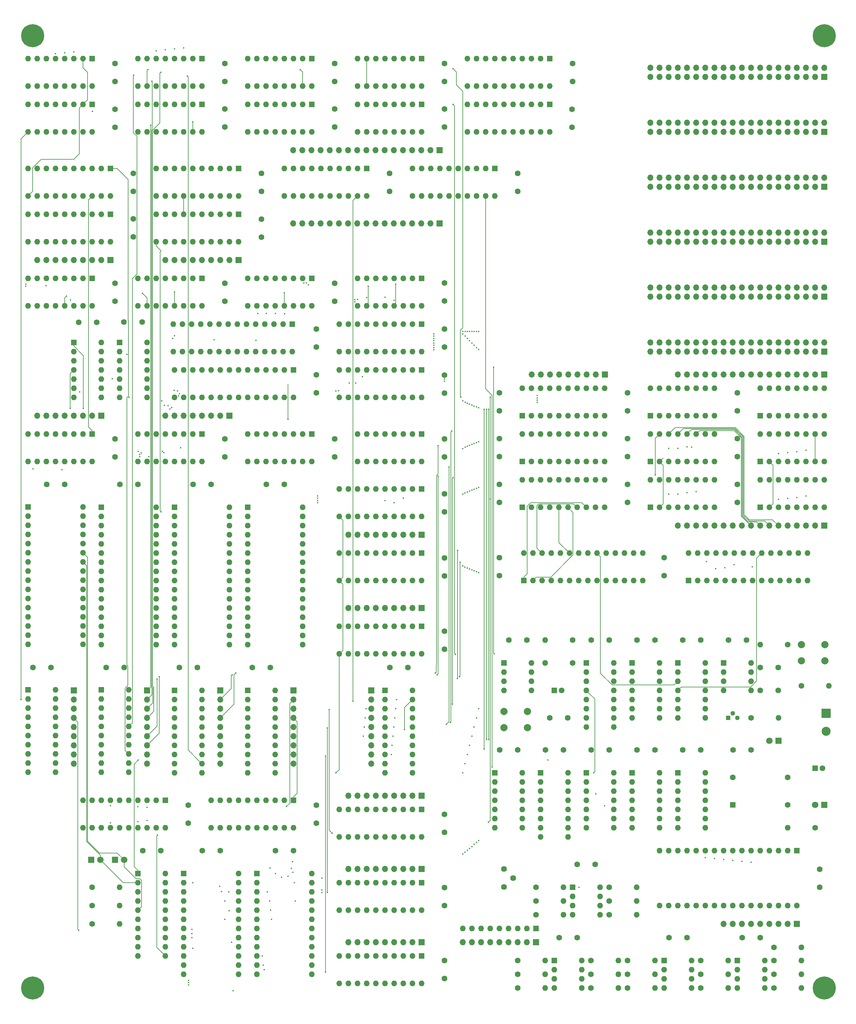
<source format=gbr>
G04 #@! TF.GenerationSoftware,KiCad,Pcbnew,(5.1.0-0)*
G04 #@! TF.CreationDate,2019-11-14T15:36:09-08:00*
G04 #@! TF.ProjectId,MainBoard,4d61696e-426f-4617-9264-2e6b69636164,rev?*
G04 #@! TF.SameCoordinates,Original*
G04 #@! TF.FileFunction,Copper,L4,Inr*
G04 #@! TF.FilePolarity,Positive*
%FSLAX46Y46*%
G04 Gerber Fmt 4.6, Leading zero omitted, Abs format (unit mm)*
G04 Created by KiCad (PCBNEW (5.1.0-0)) date 2019-11-14 15:36:09*
%MOMM*%
%LPD*%
G04 APERTURE LIST*
%ADD10O,1.600000X1.600000*%
%ADD11C,1.600000*%
%ADD12R,1.600000X1.600000*%
%ADD13O,1.700000X1.700000*%
%ADD14R,1.700000X1.700000*%
%ADD15C,2.500000*%
%ADD16R,2.500000X2.500000*%
%ADD17C,6.400000*%
%ADD18R,1.300000X1.300000*%
%ADD19C,1.300000*%
%ADD20C,2.000000*%
%ADD21C,1.620000*%
%ADD22C,1.800000*%
%ADD23R,1.800000X1.800000*%
%ADD24C,0.450000*%
%ADD25C,0.127000*%
G04 APERTURE END LIST*
D10*
X389890000Y-330327000D03*
D11*
X382270000Y-330327000D03*
D10*
X304800000Y-121920000D03*
X281940000Y-114300000D03*
X302260000Y-121920000D03*
X284480000Y-114300000D03*
X299720000Y-121920000D03*
X287020000Y-114300000D03*
X297180000Y-121920000D03*
X289560000Y-114300000D03*
X294640000Y-121920000D03*
X292100000Y-114300000D03*
X292100000Y-121920000D03*
X294640000Y-114300000D03*
X289560000Y-121920000D03*
X297180000Y-114300000D03*
X287020000Y-121920000D03*
X299720000Y-114300000D03*
X284480000Y-121920000D03*
X302260000Y-114300000D03*
X281940000Y-121920000D03*
D12*
X304800000Y-114300000D03*
D10*
X269240000Y-121920000D03*
X246380000Y-114300000D03*
X266700000Y-121920000D03*
X248920000Y-114300000D03*
X264160000Y-121920000D03*
X251460000Y-114300000D03*
X261620000Y-121920000D03*
X254000000Y-114300000D03*
X259080000Y-121920000D03*
X256540000Y-114300000D03*
X256540000Y-121920000D03*
X259080000Y-114300000D03*
X254000000Y-121920000D03*
X261620000Y-114300000D03*
X251460000Y-121920000D03*
X264160000Y-114300000D03*
X248920000Y-121920000D03*
X266700000Y-114300000D03*
X246380000Y-121920000D03*
D12*
X269240000Y-114300000D03*
D10*
X233680000Y-121920000D03*
X210820000Y-114300000D03*
X231140000Y-121920000D03*
X213360000Y-114300000D03*
X228600000Y-121920000D03*
X215900000Y-114300000D03*
X226060000Y-121920000D03*
X218440000Y-114300000D03*
X223520000Y-121920000D03*
X220980000Y-114300000D03*
X220980000Y-121920000D03*
X223520000Y-114300000D03*
X218440000Y-121920000D03*
X226060000Y-114300000D03*
X215900000Y-121920000D03*
X228600000Y-114300000D03*
X213360000Y-121920000D03*
X231140000Y-114300000D03*
X210820000Y-121920000D03*
D12*
X233680000Y-114300000D03*
D10*
X198120000Y-121920000D03*
X175260000Y-114300000D03*
X195580000Y-121920000D03*
X177800000Y-114300000D03*
X193040000Y-121920000D03*
X180340000Y-114300000D03*
X190500000Y-121920000D03*
X182880000Y-114300000D03*
X187960000Y-121920000D03*
X185420000Y-114300000D03*
X185420000Y-121920000D03*
X187960000Y-114300000D03*
X182880000Y-121920000D03*
X190500000Y-114300000D03*
X180340000Y-121920000D03*
X193040000Y-114300000D03*
X177800000Y-121920000D03*
X195580000Y-114300000D03*
X175260000Y-121920000D03*
D12*
X198120000Y-114300000D03*
D13*
X248840000Y-129540000D03*
X251380000Y-129540000D03*
X253920000Y-129540000D03*
X256460000Y-129540000D03*
X259000000Y-129540000D03*
X261540000Y-129540000D03*
X264080000Y-129540000D03*
X266620000Y-129540000D03*
X269160000Y-129540000D03*
X271700000Y-129540000D03*
X274240000Y-129540000D03*
X276780000Y-129540000D03*
X279320000Y-129540000D03*
X281860000Y-129540000D03*
X284400000Y-129540000D03*
X286940000Y-129540000D03*
D14*
X289480000Y-129540000D03*
D11*
X311150000Y-115650000D03*
X311150000Y-120650000D03*
X275590000Y-115650000D03*
X275590000Y-120650000D03*
X240030000Y-115650000D03*
X240030000Y-120650000D03*
X204470000Y-115650000D03*
X204470000Y-120650000D03*
D10*
X358540000Y-220980000D03*
X391560000Y-228600000D03*
X361080000Y-220980000D03*
X389020000Y-228600000D03*
X363620000Y-220980000D03*
X386480000Y-228600000D03*
X366160000Y-220980000D03*
X383940000Y-228600000D03*
X368700000Y-220980000D03*
X381400000Y-228600000D03*
X371240000Y-220980000D03*
X378860000Y-228600000D03*
X373780000Y-220980000D03*
X376320000Y-228600000D03*
X376320000Y-220980000D03*
X373780000Y-228600000D03*
X378860000Y-220980000D03*
X371240000Y-228600000D03*
X381400000Y-220980000D03*
X368700000Y-228600000D03*
X383940000Y-220980000D03*
X366160000Y-228600000D03*
X386480000Y-220980000D03*
X363620000Y-228600000D03*
X389020000Y-220980000D03*
X361080000Y-228600000D03*
X391560000Y-220980000D03*
D12*
X358540000Y-228600000D03*
D10*
X312820000Y-220980000D03*
X345840000Y-228600000D03*
X315360000Y-220980000D03*
X343300000Y-228600000D03*
X317900000Y-220980000D03*
X340760000Y-228600000D03*
X320440000Y-220980000D03*
X338220000Y-228600000D03*
X322980000Y-220980000D03*
X335680000Y-228600000D03*
X325520000Y-220980000D03*
X333140000Y-228600000D03*
X328060000Y-220980000D03*
X330600000Y-228600000D03*
X330600000Y-220980000D03*
X328060000Y-228600000D03*
X333140000Y-220980000D03*
X325520000Y-228600000D03*
X335680000Y-220980000D03*
X322980000Y-228600000D03*
X338220000Y-220980000D03*
X320440000Y-228600000D03*
X340760000Y-220980000D03*
X317900000Y-228600000D03*
X343300000Y-220980000D03*
X315360000Y-228600000D03*
X345840000Y-220980000D03*
D12*
X312820000Y-228600000D03*
D13*
X347980000Y-86360000D03*
X347980000Y-88900000D03*
X350520000Y-86360000D03*
X350520000Y-88900000D03*
X353060000Y-86360000D03*
X353060000Y-88900000D03*
X355600000Y-86360000D03*
X355600000Y-88900000D03*
X358140000Y-86360000D03*
X358140000Y-88900000D03*
X360680000Y-86360000D03*
X360680000Y-88900000D03*
X363220000Y-86360000D03*
X363220000Y-88900000D03*
X365760000Y-86360000D03*
X365760000Y-88900000D03*
X368300000Y-86360000D03*
X368300000Y-88900000D03*
X370840000Y-86360000D03*
X370840000Y-88900000D03*
X373380000Y-86360000D03*
X373380000Y-88900000D03*
X375920000Y-86360000D03*
X375920000Y-88900000D03*
X378460000Y-86360000D03*
X378460000Y-88900000D03*
X381000000Y-86360000D03*
X381000000Y-88900000D03*
X383540000Y-86360000D03*
X383540000Y-88900000D03*
X386080000Y-86360000D03*
X386080000Y-88900000D03*
X388620000Y-86360000D03*
X388620000Y-88900000D03*
X391160000Y-86360000D03*
X391160000Y-88900000D03*
X393700000Y-86360000D03*
X393700000Y-88900000D03*
X396240000Y-86360000D03*
D14*
X396240000Y-88900000D03*
D11*
X351790000Y-227250000D03*
X351790000Y-222250000D03*
X306070000Y-227250000D03*
X306070000Y-222250000D03*
D13*
X355600000Y-171450000D03*
X358140000Y-171450000D03*
X360680000Y-171450000D03*
X363220000Y-171450000D03*
X365760000Y-171450000D03*
X368300000Y-171450000D03*
X370840000Y-171450000D03*
X373380000Y-171450000D03*
X375920000Y-171450000D03*
X378460000Y-171450000D03*
X381000000Y-171450000D03*
X383540000Y-171450000D03*
X386080000Y-171450000D03*
X388620000Y-171450000D03*
X391160000Y-171450000D03*
X393700000Y-171450000D03*
D14*
X396240000Y-171450000D03*
D10*
X347980000Y-200660000D03*
X365760000Y-208280000D03*
X350520000Y-200660000D03*
X363220000Y-208280000D03*
X353060000Y-200660000D03*
X360680000Y-208280000D03*
X355600000Y-200660000D03*
X358140000Y-208280000D03*
X358140000Y-200660000D03*
X355600000Y-208280000D03*
X360680000Y-200660000D03*
X353060000Y-208280000D03*
X363220000Y-200660000D03*
X350520000Y-208280000D03*
X365760000Y-200660000D03*
D12*
X347980000Y-208280000D03*
D10*
X378460000Y-200660000D03*
X396240000Y-208280000D03*
X381000000Y-200660000D03*
X393700000Y-208280000D03*
X383540000Y-200660000D03*
X391160000Y-208280000D03*
X386080000Y-200660000D03*
X388620000Y-208280000D03*
X388620000Y-200660000D03*
X386080000Y-208280000D03*
X391160000Y-200660000D03*
X383540000Y-208280000D03*
X393700000Y-200660000D03*
X381000000Y-208280000D03*
X396240000Y-200660000D03*
D12*
X378460000Y-208280000D03*
D10*
X312420000Y-187960000D03*
X335280000Y-195580000D03*
X314960000Y-187960000D03*
X332740000Y-195580000D03*
X317500000Y-187960000D03*
X330200000Y-195580000D03*
X320040000Y-187960000D03*
X327660000Y-195580000D03*
X322580000Y-187960000D03*
X325120000Y-195580000D03*
X325120000Y-187960000D03*
X322580000Y-195580000D03*
X327660000Y-187960000D03*
X320040000Y-195580000D03*
X330200000Y-187960000D03*
X317500000Y-195580000D03*
X332740000Y-187960000D03*
X314960000Y-195580000D03*
X335280000Y-187960000D03*
D12*
X312420000Y-195580000D03*
D10*
X347980000Y-187960000D03*
X365760000Y-195580000D03*
X350520000Y-187960000D03*
X363220000Y-195580000D03*
X353060000Y-187960000D03*
X360680000Y-195580000D03*
X355600000Y-187960000D03*
X358140000Y-195580000D03*
X358140000Y-187960000D03*
X355600000Y-195580000D03*
X360680000Y-187960000D03*
X353060000Y-195580000D03*
X363220000Y-187960000D03*
X350520000Y-195580000D03*
X365760000Y-187960000D03*
D12*
X347980000Y-195580000D03*
D10*
X312420000Y-200660000D03*
X335280000Y-208280000D03*
X314960000Y-200660000D03*
X332740000Y-208280000D03*
X317500000Y-200660000D03*
X330200000Y-208280000D03*
X320040000Y-200660000D03*
X327660000Y-208280000D03*
X322580000Y-200660000D03*
X325120000Y-208280000D03*
X325120000Y-200660000D03*
X322580000Y-208280000D03*
X327660000Y-200660000D03*
X320040000Y-208280000D03*
X330200000Y-200660000D03*
X317500000Y-208280000D03*
X332740000Y-200660000D03*
X314960000Y-208280000D03*
X335280000Y-200660000D03*
D12*
X312420000Y-208280000D03*
D10*
X378460000Y-187960000D03*
X396240000Y-195580000D03*
X381000000Y-187960000D03*
X393700000Y-195580000D03*
X383540000Y-187960000D03*
X391160000Y-195580000D03*
X386080000Y-187960000D03*
X388620000Y-195580000D03*
X388620000Y-187960000D03*
X386080000Y-195580000D03*
X391160000Y-187960000D03*
X383540000Y-195580000D03*
X393700000Y-187960000D03*
X381000000Y-195580000D03*
X396240000Y-187960000D03*
D12*
X378460000Y-195580000D03*
D13*
X355600000Y-213360000D03*
X358140000Y-213360000D03*
X360680000Y-213360000D03*
X363220000Y-213360000D03*
X365760000Y-213360000D03*
X368300000Y-213360000D03*
X370840000Y-213360000D03*
X373380000Y-213360000D03*
X375920000Y-213360000D03*
X378460000Y-213360000D03*
X381000000Y-213360000D03*
X383540000Y-213360000D03*
X386080000Y-213360000D03*
X388620000Y-213360000D03*
X391160000Y-213360000D03*
X393700000Y-213360000D03*
D14*
X396240000Y-213360000D03*
D11*
X306070000Y-206930000D03*
X306070000Y-201930000D03*
X372110000Y-206930000D03*
X372110000Y-201930000D03*
X341630000Y-206930000D03*
X341630000Y-201930000D03*
X372110000Y-194230000D03*
X372110000Y-189230000D03*
X341630000Y-194230000D03*
X341630000Y-189230000D03*
X306070000Y-194230000D03*
X306070000Y-189230000D03*
D10*
X193040000Y-91440000D03*
X175260000Y-83820000D03*
X190500000Y-91440000D03*
X177800000Y-83820000D03*
X187960000Y-91440000D03*
X180340000Y-83820000D03*
X185420000Y-91440000D03*
X182880000Y-83820000D03*
X182880000Y-91440000D03*
X185420000Y-83820000D03*
X180340000Y-91440000D03*
X187960000Y-83820000D03*
X177800000Y-91440000D03*
X190500000Y-83820000D03*
X175260000Y-91440000D03*
D12*
X193040000Y-83820000D03*
D10*
X223520000Y-91440000D03*
X205740000Y-83820000D03*
X220980000Y-91440000D03*
X208280000Y-83820000D03*
X218440000Y-91440000D03*
X210820000Y-83820000D03*
X215900000Y-91440000D03*
X213360000Y-83820000D03*
X213360000Y-91440000D03*
X215900000Y-83820000D03*
X210820000Y-91440000D03*
X218440000Y-83820000D03*
X208280000Y-91440000D03*
X220980000Y-83820000D03*
X205740000Y-91440000D03*
D12*
X223520000Y-83820000D03*
D10*
X320040000Y-91440000D03*
X297180000Y-83820000D03*
X317500000Y-91440000D03*
X299720000Y-83820000D03*
X314960000Y-91440000D03*
X302260000Y-83820000D03*
X312420000Y-91440000D03*
X304800000Y-83820000D03*
X309880000Y-91440000D03*
X307340000Y-83820000D03*
X307340000Y-91440000D03*
X309880000Y-83820000D03*
X304800000Y-91440000D03*
X312420000Y-83820000D03*
X302260000Y-91440000D03*
X314960000Y-83820000D03*
X299720000Y-91440000D03*
X317500000Y-83820000D03*
X297180000Y-91440000D03*
D12*
X320040000Y-83820000D03*
D10*
X254000000Y-91440000D03*
X236220000Y-83820000D03*
X251460000Y-91440000D03*
X238760000Y-83820000D03*
X248920000Y-91440000D03*
X241300000Y-83820000D03*
X246380000Y-91440000D03*
X243840000Y-83820000D03*
X243840000Y-91440000D03*
X246380000Y-83820000D03*
X241300000Y-91440000D03*
X248920000Y-83820000D03*
X238760000Y-91440000D03*
X251460000Y-83820000D03*
X236220000Y-91440000D03*
D12*
X254000000Y-83820000D03*
D10*
X320040000Y-104140000D03*
X297180000Y-96520000D03*
X317500000Y-104140000D03*
X299720000Y-96520000D03*
X314960000Y-104140000D03*
X302260000Y-96520000D03*
X312420000Y-104140000D03*
X304800000Y-96520000D03*
X309880000Y-104140000D03*
X307340000Y-96520000D03*
X307340000Y-104140000D03*
X309880000Y-96520000D03*
X304800000Y-104140000D03*
X312420000Y-96520000D03*
X302260000Y-104140000D03*
X314960000Y-96520000D03*
X299720000Y-104140000D03*
X317500000Y-96520000D03*
X297180000Y-104140000D03*
D12*
X320040000Y-96520000D03*
D10*
X284480000Y-91440000D03*
X266700000Y-83820000D03*
X281940000Y-91440000D03*
X269240000Y-83820000D03*
X279400000Y-91440000D03*
X271780000Y-83820000D03*
X276860000Y-91440000D03*
X274320000Y-83820000D03*
X274320000Y-91440000D03*
X276860000Y-83820000D03*
X271780000Y-91440000D03*
X279400000Y-83820000D03*
X269240000Y-91440000D03*
X281940000Y-83820000D03*
X266700000Y-91440000D03*
D12*
X284480000Y-83820000D03*
D11*
X326390000Y-85170000D03*
X326390000Y-90170000D03*
X326263000Y-97870000D03*
X326263000Y-102870000D03*
X275670000Y-252730000D03*
X280670000Y-252730000D03*
D13*
X264160000Y-236220000D03*
X266700000Y-236220000D03*
X269240000Y-236220000D03*
X271780000Y-236220000D03*
X274320000Y-236220000D03*
X276860000Y-236220000D03*
X279400000Y-236220000D03*
X281940000Y-236220000D03*
D14*
X284480000Y-236220000D03*
D13*
X264160000Y-215900000D03*
X266700000Y-215900000D03*
X269240000Y-215900000D03*
X271780000Y-215900000D03*
X274320000Y-215900000D03*
X276860000Y-215900000D03*
X279400000Y-215900000D03*
X281940000Y-215900000D03*
D14*
X284480000Y-215900000D03*
D10*
X233680000Y-309880000D03*
X218440000Y-337820000D03*
X233680000Y-312420000D03*
X218440000Y-335280000D03*
X233680000Y-314960000D03*
X218440000Y-332740000D03*
X233680000Y-317500000D03*
X218440000Y-330200000D03*
X233680000Y-320040000D03*
X218440000Y-327660000D03*
X233680000Y-322580000D03*
X218440000Y-325120000D03*
X233680000Y-325120000D03*
X218440000Y-322580000D03*
X233680000Y-327660000D03*
X218440000Y-320040000D03*
X233680000Y-330200000D03*
X218440000Y-317500000D03*
X233680000Y-332740000D03*
X218440000Y-314960000D03*
X233680000Y-335280000D03*
X218440000Y-312420000D03*
X233680000Y-337820000D03*
D12*
X218440000Y-309880000D03*
D10*
X254000000Y-309880000D03*
X238760000Y-337820000D03*
X254000000Y-312420000D03*
X238760000Y-335280000D03*
X254000000Y-314960000D03*
X238760000Y-332740000D03*
X254000000Y-317500000D03*
X238760000Y-330200000D03*
X254000000Y-320040000D03*
X238760000Y-327660000D03*
X254000000Y-322580000D03*
X238760000Y-325120000D03*
X254000000Y-325120000D03*
X238760000Y-322580000D03*
X254000000Y-327660000D03*
X238760000Y-320040000D03*
X254000000Y-330200000D03*
X238760000Y-317500000D03*
X254000000Y-332740000D03*
X238760000Y-314960000D03*
X254000000Y-335280000D03*
X238760000Y-312420000D03*
X254000000Y-337820000D03*
D12*
X238760000Y-309880000D03*
D10*
X284480000Y-340360000D03*
X261620000Y-332740000D03*
X281940000Y-340360000D03*
X264160000Y-332740000D03*
X279400000Y-340360000D03*
X266700000Y-332740000D03*
X276860000Y-340360000D03*
X269240000Y-332740000D03*
X274320000Y-340360000D03*
X271780000Y-332740000D03*
X271780000Y-340360000D03*
X274320000Y-332740000D03*
X269240000Y-340360000D03*
X276860000Y-332740000D03*
X266700000Y-340360000D03*
X279400000Y-332740000D03*
X264160000Y-340360000D03*
X281940000Y-332740000D03*
X261620000Y-340360000D03*
D12*
X284480000Y-332740000D03*
D10*
X284480000Y-320040000D03*
X261620000Y-312420000D03*
X281940000Y-320040000D03*
X264160000Y-312420000D03*
X279400000Y-320040000D03*
X266700000Y-312420000D03*
X276860000Y-320040000D03*
X269240000Y-312420000D03*
X274320000Y-320040000D03*
X271780000Y-312420000D03*
X271780000Y-320040000D03*
X274320000Y-312420000D03*
X269240000Y-320040000D03*
X276860000Y-312420000D03*
X266700000Y-320040000D03*
X279400000Y-312420000D03*
X264160000Y-320040000D03*
X281940000Y-312420000D03*
X261620000Y-320040000D03*
D12*
X284480000Y-312420000D03*
D10*
X284480000Y-299720000D03*
X261620000Y-292100000D03*
X281940000Y-299720000D03*
X264160000Y-292100000D03*
X279400000Y-299720000D03*
X266700000Y-292100000D03*
X276860000Y-299720000D03*
X269240000Y-292100000D03*
X274320000Y-299720000D03*
X271780000Y-292100000D03*
X271780000Y-299720000D03*
X274320000Y-292100000D03*
X269240000Y-299720000D03*
X276860000Y-292100000D03*
X266700000Y-299720000D03*
X279400000Y-292100000D03*
X264160000Y-299720000D03*
X281940000Y-292100000D03*
X261620000Y-299720000D03*
D12*
X284480000Y-292100000D03*
D10*
X281940000Y-259080000D03*
X274320000Y-281940000D03*
X281940000Y-261620000D03*
X274320000Y-279400000D03*
X281940000Y-264160000D03*
X274320000Y-276860000D03*
X281940000Y-266700000D03*
X274320000Y-274320000D03*
X281940000Y-269240000D03*
X274320000Y-271780000D03*
X281940000Y-271780000D03*
X274320000Y-269240000D03*
X281940000Y-274320000D03*
X274320000Y-266700000D03*
X281940000Y-276860000D03*
X274320000Y-264160000D03*
X281940000Y-279400000D03*
X274320000Y-261620000D03*
X281940000Y-281940000D03*
D12*
X274320000Y-259080000D03*
D10*
X284480000Y-165100000D03*
X261620000Y-157480000D03*
X281940000Y-165100000D03*
X264160000Y-157480000D03*
X279400000Y-165100000D03*
X266700000Y-157480000D03*
X276860000Y-165100000D03*
X269240000Y-157480000D03*
X274320000Y-165100000D03*
X271780000Y-157480000D03*
X271780000Y-165100000D03*
X274320000Y-157480000D03*
X269240000Y-165100000D03*
X276860000Y-157480000D03*
X266700000Y-165100000D03*
X279400000Y-157480000D03*
X264160000Y-165100000D03*
X281940000Y-157480000D03*
X261620000Y-165100000D03*
D12*
X284480000Y-157480000D03*
D10*
X284480000Y-177800000D03*
X261620000Y-170180000D03*
X281940000Y-177800000D03*
X264160000Y-170180000D03*
X279400000Y-177800000D03*
X266700000Y-170180000D03*
X276860000Y-177800000D03*
X269240000Y-170180000D03*
X274320000Y-177800000D03*
X271780000Y-170180000D03*
X271780000Y-177800000D03*
X274320000Y-170180000D03*
X269240000Y-177800000D03*
X276860000Y-170180000D03*
X266700000Y-177800000D03*
X279400000Y-170180000D03*
X264160000Y-177800000D03*
X281940000Y-170180000D03*
X261620000Y-177800000D03*
D12*
X284480000Y-170180000D03*
D10*
X248615800Y-165100000D03*
X215595800Y-157480000D03*
X246075800Y-165100000D03*
X218135800Y-157480000D03*
X243535800Y-165100000D03*
X220675800Y-157480000D03*
X240995800Y-165100000D03*
X223215800Y-157480000D03*
X238455800Y-165100000D03*
X225755800Y-157480000D03*
X235915800Y-165100000D03*
X228295800Y-157480000D03*
X233375800Y-165100000D03*
X230835800Y-157480000D03*
X230835800Y-165100000D03*
X233375800Y-157480000D03*
X228295800Y-165100000D03*
X235915800Y-157480000D03*
X225755800Y-165100000D03*
X238455800Y-157480000D03*
X223215800Y-165100000D03*
X240995800Y-157480000D03*
X220675800Y-165100000D03*
X243535800Y-157480000D03*
X218135800Y-165100000D03*
X246075800Y-157480000D03*
X215595800Y-165100000D03*
D12*
X248615800Y-157480000D03*
D10*
X248920000Y-177800000D03*
X215900000Y-170180000D03*
X246380000Y-177800000D03*
X218440000Y-170180000D03*
X243840000Y-177800000D03*
X220980000Y-170180000D03*
X241300000Y-177800000D03*
X223520000Y-170180000D03*
X238760000Y-177800000D03*
X226060000Y-170180000D03*
X236220000Y-177800000D03*
X228600000Y-170180000D03*
X233680000Y-177800000D03*
X231140000Y-170180000D03*
X231140000Y-177800000D03*
X233680000Y-170180000D03*
X228600000Y-177800000D03*
X236220000Y-170180000D03*
X226060000Y-177800000D03*
X238760000Y-170180000D03*
X223520000Y-177800000D03*
X241300000Y-170180000D03*
X220980000Y-177800000D03*
X243840000Y-170180000D03*
X218440000Y-177800000D03*
X246380000Y-170180000D03*
X215900000Y-177800000D03*
D12*
X248920000Y-170180000D03*
D13*
X248920000Y-279400000D03*
X248920000Y-276860000D03*
X248920000Y-274320000D03*
X248920000Y-271780000D03*
X248920000Y-269240000D03*
X248920000Y-266700000D03*
X248920000Y-264160000D03*
X248920000Y-261620000D03*
D14*
X248920000Y-259080000D03*
D13*
X228600000Y-279400000D03*
X228600000Y-276860000D03*
X228600000Y-274320000D03*
X228600000Y-271780000D03*
X228600000Y-269240000D03*
X228600000Y-266700000D03*
X228600000Y-264160000D03*
X228600000Y-261620000D03*
D14*
X228600000Y-259080000D03*
D13*
X208280000Y-279400000D03*
X208280000Y-276860000D03*
X208280000Y-274320000D03*
X208280000Y-271780000D03*
X208280000Y-269240000D03*
X208280000Y-266700000D03*
X208280000Y-264160000D03*
X208280000Y-261620000D03*
D14*
X208280000Y-259080000D03*
D13*
X187960000Y-279400000D03*
X187960000Y-276860000D03*
X187960000Y-274320000D03*
X187960000Y-271780000D03*
X187960000Y-269240000D03*
X187960000Y-266700000D03*
X187960000Y-264160000D03*
X187960000Y-261620000D03*
D14*
X187960000Y-259080000D03*
D10*
X203200000Y-258922000D03*
X195580000Y-281782000D03*
X203200000Y-261462000D03*
X195580000Y-279242000D03*
X203200000Y-264002000D03*
X195580000Y-276702000D03*
X203200000Y-266542000D03*
X195580000Y-274162000D03*
X203200000Y-269082000D03*
X195580000Y-271622000D03*
X203200000Y-271622000D03*
X195580000Y-269082000D03*
X203200000Y-274162000D03*
X195580000Y-266542000D03*
X203200000Y-276702000D03*
X195580000Y-264002000D03*
X203200000Y-279242000D03*
X195580000Y-261462000D03*
X203200000Y-281782000D03*
D12*
X195580000Y-258922000D03*
D10*
X182880000Y-258922000D03*
X175260000Y-281782000D03*
X182880000Y-261462000D03*
X175260000Y-279242000D03*
X182880000Y-264002000D03*
X175260000Y-276702000D03*
X182880000Y-266542000D03*
X175260000Y-274162000D03*
X182880000Y-269082000D03*
X175260000Y-271622000D03*
X182880000Y-271622000D03*
X175260000Y-269082000D03*
X182880000Y-274162000D03*
X175260000Y-266542000D03*
X182880000Y-276702000D03*
X175260000Y-264002000D03*
X182880000Y-279242000D03*
X175260000Y-261462000D03*
X182880000Y-281782000D03*
D12*
X175260000Y-258922000D03*
D10*
X210820000Y-208280000D03*
X195580000Y-246380000D03*
X210820000Y-210820000D03*
X195580000Y-243840000D03*
X210820000Y-213360000D03*
X195580000Y-241300000D03*
X210820000Y-215900000D03*
X195580000Y-238760000D03*
X210820000Y-218440000D03*
X195580000Y-236220000D03*
X210820000Y-220980000D03*
X195580000Y-233680000D03*
X210820000Y-223520000D03*
X195580000Y-231140000D03*
X210820000Y-226060000D03*
X195580000Y-228600000D03*
X210820000Y-228600000D03*
X195580000Y-226060000D03*
X210820000Y-231140000D03*
X195580000Y-223520000D03*
X210820000Y-233680000D03*
X195580000Y-220980000D03*
X210820000Y-236220000D03*
X195580000Y-218440000D03*
X210820000Y-238760000D03*
X195580000Y-215900000D03*
X210820000Y-241300000D03*
X195580000Y-213360000D03*
X210820000Y-243840000D03*
X195580000Y-210820000D03*
X210820000Y-246380000D03*
D12*
X195580000Y-208280000D03*
D10*
X190500000Y-208172000D03*
X175260000Y-246272000D03*
X190500000Y-210712000D03*
X175260000Y-243732000D03*
X190500000Y-213252000D03*
X175260000Y-241192000D03*
X190500000Y-215792000D03*
X175260000Y-238652000D03*
X190500000Y-218332000D03*
X175260000Y-236112000D03*
X190500000Y-220872000D03*
X175260000Y-233572000D03*
X190500000Y-223412000D03*
X175260000Y-231032000D03*
X190500000Y-225952000D03*
X175260000Y-228492000D03*
X190500000Y-228492000D03*
X175260000Y-225952000D03*
X190500000Y-231032000D03*
X175260000Y-223412000D03*
X190500000Y-233572000D03*
X175260000Y-220872000D03*
X190500000Y-236112000D03*
X175260000Y-218332000D03*
X190500000Y-238652000D03*
X175260000Y-215792000D03*
X190500000Y-241192000D03*
X175260000Y-213252000D03*
X190500000Y-243732000D03*
X175260000Y-210712000D03*
X190500000Y-246272000D03*
D12*
X175260000Y-208172000D03*
D11*
X180420000Y-201930000D03*
X185420000Y-201930000D03*
X196930000Y-252730000D03*
X201930000Y-252730000D03*
X176610000Y-252730000D03*
X181610000Y-252730000D03*
X200740000Y-201930000D03*
X205740000Y-201930000D03*
D10*
X378460000Y-175260000D03*
X396240000Y-182880000D03*
X381000000Y-175260000D03*
X393700000Y-182880000D03*
X383540000Y-175260000D03*
X391160000Y-182880000D03*
X386080000Y-175260000D03*
X388620000Y-182880000D03*
X388620000Y-175260000D03*
X386080000Y-182880000D03*
X391160000Y-175260000D03*
X383540000Y-182880000D03*
X393700000Y-175260000D03*
X381000000Y-182880000D03*
X396240000Y-175260000D03*
D12*
X378460000Y-182880000D03*
D15*
X396748000Y-270430000D03*
D16*
X396748000Y-265430000D03*
D17*
X396240000Y-341630000D03*
X396240000Y-77470000D03*
X176530000Y-341630000D03*
X176530000Y-77470000D03*
D10*
X208280000Y-162560000D03*
X200660000Y-177800000D03*
X208280000Y-165100000D03*
X200660000Y-175260000D03*
X208280000Y-167640000D03*
X200660000Y-172720000D03*
X208280000Y-170180000D03*
X200660000Y-170180000D03*
X208280000Y-172720000D03*
X200660000Y-167640000D03*
X208280000Y-175260000D03*
X200660000Y-165100000D03*
X208280000Y-177800000D03*
D12*
X200660000Y-162560000D03*
D10*
X195580000Y-162560000D03*
X187960000Y-177800000D03*
X195580000Y-165100000D03*
X187960000Y-175260000D03*
X195580000Y-167640000D03*
X187960000Y-172720000D03*
X195580000Y-170180000D03*
X187960000Y-170180000D03*
X195580000Y-172720000D03*
X187960000Y-167640000D03*
X195580000Y-175260000D03*
X187960000Y-165100000D03*
X195580000Y-177800000D03*
D12*
X187960000Y-162560000D03*
D11*
X290830000Y-158830000D03*
X290830000Y-163830000D03*
X372110000Y-181530000D03*
X372110000Y-176530000D03*
D13*
X347980000Y-116840000D03*
X347980000Y-119380000D03*
X350520000Y-116840000D03*
X350520000Y-119380000D03*
X353060000Y-116840000D03*
X353060000Y-119380000D03*
X355600000Y-116840000D03*
X355600000Y-119380000D03*
X358140000Y-116840000D03*
X358140000Y-119380000D03*
X360680000Y-116840000D03*
X360680000Y-119380000D03*
X363220000Y-116840000D03*
X363220000Y-119380000D03*
X365760000Y-116840000D03*
X365760000Y-119380000D03*
X368300000Y-116840000D03*
X368300000Y-119380000D03*
X370840000Y-116840000D03*
X370840000Y-119380000D03*
X373380000Y-116840000D03*
X373380000Y-119380000D03*
X375920000Y-116840000D03*
X375920000Y-119380000D03*
X378460000Y-116840000D03*
X378460000Y-119380000D03*
X381000000Y-116840000D03*
X381000000Y-119380000D03*
X383540000Y-116840000D03*
X383540000Y-119380000D03*
X386080000Y-116840000D03*
X386080000Y-119380000D03*
X388620000Y-116840000D03*
X388620000Y-119380000D03*
X391160000Y-116840000D03*
X391160000Y-119380000D03*
X393700000Y-116840000D03*
X393700000Y-119380000D03*
X396240000Y-116840000D03*
D14*
X396240000Y-119380000D03*
D13*
X347980000Y-147320000D03*
X347980000Y-149860000D03*
X350520000Y-147320000D03*
X350520000Y-149860000D03*
X353060000Y-147320000D03*
X353060000Y-149860000D03*
X355600000Y-147320000D03*
X355600000Y-149860000D03*
X358140000Y-147320000D03*
X358140000Y-149860000D03*
X360680000Y-147320000D03*
X360680000Y-149860000D03*
X363220000Y-147320000D03*
X363220000Y-149860000D03*
X365760000Y-147320000D03*
X365760000Y-149860000D03*
X368300000Y-147320000D03*
X368300000Y-149860000D03*
X370840000Y-147320000D03*
X370840000Y-149860000D03*
X373380000Y-147320000D03*
X373380000Y-149860000D03*
X375920000Y-147320000D03*
X375920000Y-149860000D03*
X378460000Y-147320000D03*
X378460000Y-149860000D03*
X381000000Y-147320000D03*
X381000000Y-149860000D03*
X383540000Y-147320000D03*
X383540000Y-149860000D03*
X386080000Y-147320000D03*
X386080000Y-149860000D03*
X388620000Y-147320000D03*
X388620000Y-149860000D03*
X391160000Y-147320000D03*
X391160000Y-149860000D03*
X393700000Y-147320000D03*
X393700000Y-149860000D03*
X396240000Y-147320000D03*
D14*
X396240000Y-149860000D03*
D13*
X347980000Y-162560000D03*
X347980000Y-165100000D03*
X350520000Y-162560000D03*
X350520000Y-165100000D03*
X353060000Y-162560000D03*
X353060000Y-165100000D03*
X355600000Y-162560000D03*
X355600000Y-165100000D03*
X358140000Y-162560000D03*
X358140000Y-165100000D03*
X360680000Y-162560000D03*
X360680000Y-165100000D03*
X363220000Y-162560000D03*
X363220000Y-165100000D03*
X365760000Y-162560000D03*
X365760000Y-165100000D03*
X368300000Y-162560000D03*
X368300000Y-165100000D03*
X370840000Y-162560000D03*
X370840000Y-165100000D03*
X373380000Y-162560000D03*
X373380000Y-165100000D03*
X375920000Y-162560000D03*
X375920000Y-165100000D03*
X378460000Y-162560000D03*
X378460000Y-165100000D03*
X381000000Y-162560000D03*
X381000000Y-165100000D03*
X383540000Y-162560000D03*
X383540000Y-165100000D03*
X386080000Y-162560000D03*
X386080000Y-165100000D03*
X388620000Y-162560000D03*
X388620000Y-165100000D03*
X391160000Y-162560000D03*
X391160000Y-165100000D03*
X393700000Y-162560000D03*
X393700000Y-165100000D03*
X396240000Y-162560000D03*
D14*
X396240000Y-165100000D03*
D13*
X347980000Y-132080000D03*
X347980000Y-134620000D03*
X350520000Y-132080000D03*
X350520000Y-134620000D03*
X353060000Y-132080000D03*
X353060000Y-134620000D03*
X355600000Y-132080000D03*
X355600000Y-134620000D03*
X358140000Y-132080000D03*
X358140000Y-134620000D03*
X360680000Y-132080000D03*
X360680000Y-134620000D03*
X363220000Y-132080000D03*
X363220000Y-134620000D03*
X365760000Y-132080000D03*
X365760000Y-134620000D03*
X368300000Y-132080000D03*
X368300000Y-134620000D03*
X370840000Y-132080000D03*
X370840000Y-134620000D03*
X373380000Y-132080000D03*
X373380000Y-134620000D03*
X375920000Y-132080000D03*
X375920000Y-134620000D03*
X378460000Y-132080000D03*
X378460000Y-134620000D03*
X381000000Y-132080000D03*
X381000000Y-134620000D03*
X383540000Y-132080000D03*
X383540000Y-134620000D03*
X386080000Y-132080000D03*
X386080000Y-134620000D03*
X388620000Y-132080000D03*
X388620000Y-134620000D03*
X391160000Y-132080000D03*
X391160000Y-134620000D03*
X393700000Y-132080000D03*
X393700000Y-134620000D03*
X396240000Y-132080000D03*
D14*
X396240000Y-134620000D03*
D13*
X347980000Y-101600000D03*
X347980000Y-104140000D03*
X350520000Y-101600000D03*
X350520000Y-104140000D03*
X353060000Y-101600000D03*
X353060000Y-104140000D03*
X355600000Y-101600000D03*
X355600000Y-104140000D03*
X358140000Y-101600000D03*
X358140000Y-104140000D03*
X360680000Y-101600000D03*
X360680000Y-104140000D03*
X363220000Y-101600000D03*
X363220000Y-104140000D03*
X365760000Y-101600000D03*
X365760000Y-104140000D03*
X368300000Y-101600000D03*
X368300000Y-104140000D03*
X370840000Y-101600000D03*
X370840000Y-104140000D03*
X373380000Y-101600000D03*
X373380000Y-104140000D03*
X375920000Y-101600000D03*
X375920000Y-104140000D03*
X378460000Y-101600000D03*
X378460000Y-104140000D03*
X381000000Y-101600000D03*
X381000000Y-104140000D03*
X383540000Y-101600000D03*
X383540000Y-104140000D03*
X386080000Y-101600000D03*
X386080000Y-104140000D03*
X388620000Y-101600000D03*
X388620000Y-104140000D03*
X391160000Y-101600000D03*
X391160000Y-104140000D03*
X393700000Y-101600000D03*
X393700000Y-104140000D03*
X396240000Y-101600000D03*
D14*
X396240000Y-104140000D03*
D10*
X243835800Y-259080000D03*
X236215800Y-281940000D03*
X243835800Y-261620000D03*
X236215800Y-279400000D03*
X243835800Y-264160000D03*
X236215800Y-276860000D03*
X243835800Y-266700000D03*
X236215800Y-274320000D03*
X243835800Y-269240000D03*
X236215800Y-271780000D03*
X243835800Y-271780000D03*
X236215800Y-269240000D03*
X243835800Y-274320000D03*
X236215800Y-266700000D03*
X243835800Y-276860000D03*
X236215800Y-264160000D03*
X243835800Y-279400000D03*
X236215800Y-261620000D03*
X243835800Y-281940000D03*
D12*
X236215800Y-259080000D03*
D11*
X369650000Y-245110000D03*
X374650000Y-245110000D03*
X386080000Y-290830000D03*
X386080000Y-283210000D03*
X370840000Y-283210000D03*
D12*
X370840000Y-290830000D03*
D10*
X383540000Y-266700000D03*
D11*
X375920000Y-266700000D03*
D10*
X378460000Y-246380000D03*
D11*
X386080000Y-246380000D03*
D10*
X397510000Y-257810000D03*
D11*
X389890000Y-257810000D03*
X383460000Y-252730000D03*
X378460000Y-252730000D03*
X383460000Y-259080000D03*
X378460000Y-259080000D03*
D10*
X318770000Y-251460000D03*
D11*
X326390000Y-251460000D03*
D10*
X318770000Y-245110000D03*
D11*
X326390000Y-245110000D03*
X325040000Y-266700000D03*
X320040000Y-266700000D03*
X323310000Y-259080000D03*
D12*
X321310000Y-259080000D03*
D10*
X251460000Y-208280000D03*
X236220000Y-246380000D03*
X251460000Y-210820000D03*
X236220000Y-243840000D03*
X251460000Y-213360000D03*
X236220000Y-241300000D03*
X251460000Y-215900000D03*
X236220000Y-238760000D03*
X251460000Y-218440000D03*
X236220000Y-236220000D03*
X251460000Y-220980000D03*
X236220000Y-233680000D03*
X251460000Y-223520000D03*
X236220000Y-231140000D03*
X251460000Y-226060000D03*
X236220000Y-228600000D03*
X251460000Y-228600000D03*
X236220000Y-226060000D03*
X251460000Y-231140000D03*
X236220000Y-223520000D03*
X251460000Y-233680000D03*
X236220000Y-220980000D03*
X251460000Y-236220000D03*
X236220000Y-218440000D03*
X251460000Y-238760000D03*
X236220000Y-215900000D03*
X251460000Y-241300000D03*
X236220000Y-213360000D03*
X251460000Y-243840000D03*
X236220000Y-210820000D03*
X251460000Y-246380000D03*
D12*
X236220000Y-208280000D03*
D13*
X177800000Y-182880000D03*
X180340000Y-182880000D03*
X182880000Y-182880000D03*
X185420000Y-182880000D03*
X187960000Y-182880000D03*
X190500000Y-182880000D03*
X193040000Y-182880000D03*
D14*
X195580000Y-182880000D03*
D13*
X213360000Y-182880000D03*
X215900000Y-182880000D03*
X218440000Y-182880000D03*
X220980000Y-182880000D03*
X223520000Y-182880000D03*
X226060000Y-182880000D03*
X228600000Y-182880000D03*
D14*
X231140000Y-182880000D03*
D13*
X177800000Y-139700000D03*
X180340000Y-139700000D03*
X182880000Y-139700000D03*
X185420000Y-139700000D03*
X187960000Y-139700000D03*
X190500000Y-139700000D03*
X193040000Y-139700000D03*
X195580000Y-139700000D03*
D14*
X198120000Y-139700000D03*
D13*
X213360000Y-139700000D03*
X215900000Y-139700000D03*
X218440000Y-139700000D03*
X220980000Y-139700000D03*
X223520000Y-139700000D03*
X226060000Y-139700000D03*
X228600000Y-139700000D03*
X231140000Y-139700000D03*
D14*
X233680000Y-139700000D03*
D10*
X213360000Y-309880000D03*
X205740000Y-332740000D03*
X213360000Y-312420000D03*
X205740000Y-330200000D03*
X213360000Y-314960000D03*
X205740000Y-327660000D03*
X213360000Y-317500000D03*
X205740000Y-325120000D03*
X213360000Y-320040000D03*
X205740000Y-322580000D03*
X213360000Y-322580000D03*
X205740000Y-320040000D03*
X213360000Y-325120000D03*
X205740000Y-317500000D03*
X213360000Y-327660000D03*
X205740000Y-314960000D03*
X213360000Y-330200000D03*
X205740000Y-312420000D03*
X213360000Y-332740000D03*
D12*
X205740000Y-309880000D03*
D10*
X248920000Y-297180000D03*
X226060000Y-289560000D03*
X246380000Y-297180000D03*
X228600000Y-289560000D03*
X243840000Y-297180000D03*
X231140000Y-289560000D03*
X241300000Y-297180000D03*
X233680000Y-289560000D03*
X238760000Y-297180000D03*
X236220000Y-289560000D03*
X236220000Y-297180000D03*
X238760000Y-289560000D03*
X233680000Y-297180000D03*
X241300000Y-289560000D03*
X231140000Y-297180000D03*
X243840000Y-289560000D03*
X228600000Y-297180000D03*
X246380000Y-289560000D03*
X226060000Y-297180000D03*
D12*
X248920000Y-289560000D03*
D10*
X213360000Y-297180000D03*
X190500000Y-289560000D03*
X210820000Y-297180000D03*
X193040000Y-289560000D03*
X208280000Y-297180000D03*
X195580000Y-289560000D03*
X205740000Y-297180000D03*
X198120000Y-289560000D03*
X203200000Y-297180000D03*
X200660000Y-289560000D03*
X200660000Y-297180000D03*
X203200000Y-289560000D03*
X198120000Y-297180000D03*
X205740000Y-289560000D03*
X195580000Y-297180000D03*
X208280000Y-289560000D03*
X193040000Y-297180000D03*
X210820000Y-289560000D03*
X190500000Y-297180000D03*
D12*
X213360000Y-289560000D03*
D10*
X337820000Y-251460000D03*
X330200000Y-269240000D03*
X337820000Y-254000000D03*
X330200000Y-266700000D03*
X337820000Y-256540000D03*
X330200000Y-264160000D03*
X337820000Y-259080000D03*
X330200000Y-261620000D03*
X337820000Y-261620000D03*
X330200000Y-259080000D03*
X337820000Y-264160000D03*
X330200000Y-256540000D03*
X337820000Y-266700000D03*
X330200000Y-254000000D03*
X337820000Y-269240000D03*
D12*
X330200000Y-251460000D03*
D10*
X350520000Y-251460000D03*
X342900000Y-266700000D03*
X350520000Y-254000000D03*
X342900000Y-264160000D03*
X350520000Y-256540000D03*
X342900000Y-261620000D03*
X350520000Y-259080000D03*
X342900000Y-259080000D03*
X350520000Y-261620000D03*
X342900000Y-256540000D03*
X350520000Y-264160000D03*
X342900000Y-254000000D03*
X350520000Y-266700000D03*
D12*
X342900000Y-251460000D03*
D10*
X363220000Y-251460000D03*
X355600000Y-266700000D03*
X363220000Y-254000000D03*
X355600000Y-264160000D03*
X363220000Y-256540000D03*
X355600000Y-261620000D03*
X363220000Y-259080000D03*
X355600000Y-259080000D03*
X363220000Y-261620000D03*
X355600000Y-256540000D03*
X363220000Y-264160000D03*
X355600000Y-254000000D03*
X363220000Y-266700000D03*
D12*
X355600000Y-251460000D03*
D18*
X369570000Y-266700000D03*
D19*
X372110000Y-266700000D03*
X370840000Y-265430000D03*
D10*
X375920000Y-251460000D03*
X368300000Y-259080000D03*
X375920000Y-254000000D03*
X368300000Y-256540000D03*
X375920000Y-256540000D03*
X368300000Y-254000000D03*
X375920000Y-259080000D03*
D12*
X368300000Y-251460000D03*
D10*
X337820000Y-281940000D03*
X330200000Y-297180000D03*
X337820000Y-284480000D03*
X330200000Y-294640000D03*
X337820000Y-287020000D03*
X330200000Y-292100000D03*
X337820000Y-289560000D03*
X330200000Y-289560000D03*
X337820000Y-292100000D03*
X330200000Y-287020000D03*
X337820000Y-294640000D03*
X330200000Y-284480000D03*
X337820000Y-297180000D03*
D12*
X330200000Y-281940000D03*
D10*
X350520000Y-281940000D03*
X342900000Y-297180000D03*
X350520000Y-284480000D03*
X342900000Y-294640000D03*
X350520000Y-287020000D03*
X342900000Y-292100000D03*
X350520000Y-289560000D03*
X342900000Y-289560000D03*
X350520000Y-292100000D03*
X342900000Y-287020000D03*
X350520000Y-294640000D03*
X342900000Y-284480000D03*
X350520000Y-297180000D03*
D12*
X342900000Y-281940000D03*
D10*
X325120000Y-281940000D03*
X317500000Y-299720000D03*
X325120000Y-284480000D03*
X317500000Y-297180000D03*
X325120000Y-287020000D03*
X317500000Y-294640000D03*
X325120000Y-289560000D03*
X317500000Y-292100000D03*
X325120000Y-292100000D03*
X317500000Y-289560000D03*
X325120000Y-294640000D03*
X317500000Y-287020000D03*
X325120000Y-297180000D03*
X317500000Y-284480000D03*
X325120000Y-299720000D03*
D12*
X317500000Y-281940000D03*
D10*
X363220000Y-281940000D03*
X355600000Y-297180000D03*
X363220000Y-284480000D03*
X355600000Y-294640000D03*
X363220000Y-287020000D03*
X355600000Y-292100000D03*
X363220000Y-289560000D03*
X355600000Y-289560000D03*
X363220000Y-292100000D03*
X355600000Y-287020000D03*
X363220000Y-294640000D03*
X355600000Y-284480000D03*
X363220000Y-297180000D03*
D12*
X355600000Y-281940000D03*
D10*
X314960000Y-251460000D03*
X307340000Y-259080000D03*
X314960000Y-254000000D03*
X307340000Y-256540000D03*
X314960000Y-256540000D03*
X307340000Y-254000000D03*
X314960000Y-259080000D03*
D12*
X307340000Y-251460000D03*
D10*
X312420000Y-281940000D03*
X304800000Y-297180000D03*
X312420000Y-284480000D03*
X304800000Y-294640000D03*
X312420000Y-287020000D03*
X304800000Y-292100000D03*
X312420000Y-289560000D03*
X304800000Y-289560000D03*
X312420000Y-292100000D03*
X304800000Y-287020000D03*
X312420000Y-294640000D03*
X304800000Y-284480000D03*
X312420000Y-297180000D03*
D12*
X304800000Y-281940000D03*
D10*
X379730000Y-334010000D03*
X372110000Y-341630000D03*
X379730000Y-336550000D03*
X372110000Y-339090000D03*
X379730000Y-339090000D03*
X372110000Y-336550000D03*
X379730000Y-341630000D03*
D12*
X372110000Y-334010000D03*
D10*
X359410000Y-334010000D03*
X351790000Y-341630000D03*
X359410000Y-336550000D03*
X351790000Y-339090000D03*
X359410000Y-339090000D03*
X351790000Y-336550000D03*
X359410000Y-341630000D03*
D12*
X351790000Y-334010000D03*
D10*
X388616200Y-318768200D03*
X350516200Y-303528200D03*
X386076200Y-318768200D03*
X353056200Y-303528200D03*
X383536200Y-318768200D03*
X355596200Y-303528200D03*
X380996200Y-318768200D03*
X358136200Y-303528200D03*
X378456200Y-318768200D03*
X360676200Y-303528200D03*
X375916200Y-318768200D03*
X363216200Y-303528200D03*
X373376200Y-318768200D03*
X365756200Y-303528200D03*
X370836200Y-318768200D03*
X368296200Y-303528200D03*
X368296200Y-318768200D03*
X370836200Y-303528200D03*
X365756200Y-318768200D03*
X373376200Y-303528200D03*
X363216200Y-318768200D03*
X375916200Y-303528200D03*
X360676200Y-318768200D03*
X378456200Y-303528200D03*
X358136200Y-318768200D03*
X380996200Y-303528200D03*
X355596200Y-318768200D03*
X383536200Y-303528200D03*
X353056200Y-318768200D03*
X386076200Y-303528200D03*
X350516200Y-318768200D03*
D12*
X388616200Y-303528200D03*
D10*
X328930000Y-334010000D03*
X321310000Y-341630000D03*
X328930000Y-336550000D03*
X321310000Y-339090000D03*
X328930000Y-339090000D03*
X321310000Y-336550000D03*
X328930000Y-341630000D03*
D12*
X321310000Y-334010000D03*
D10*
X334010000Y-313690000D03*
X326390000Y-321310000D03*
X334010000Y-316230000D03*
X326390000Y-318770000D03*
X334010000Y-318770000D03*
X326390000Y-316230000D03*
X334010000Y-321310000D03*
D12*
X326390000Y-313690000D03*
D10*
X284489000Y-248915800D03*
X261629000Y-241295800D03*
X281949000Y-248915800D03*
X264169000Y-241295800D03*
X279409000Y-248915800D03*
X266709000Y-241295800D03*
X276869000Y-248915800D03*
X269249000Y-241295800D03*
X274329000Y-248915800D03*
X271789000Y-241295800D03*
X271789000Y-248915800D03*
X274329000Y-241295800D03*
X269249000Y-248915800D03*
X276869000Y-241295800D03*
X266709000Y-248915800D03*
X279409000Y-241295800D03*
X264169000Y-248915800D03*
X281949000Y-241295800D03*
X261629000Y-248915800D03*
D12*
X284489000Y-241295800D03*
D10*
X223515800Y-259071000D03*
X215895800Y-281931000D03*
X223515800Y-261611000D03*
X215895800Y-279391000D03*
X223515800Y-264151000D03*
X215895800Y-276851000D03*
X223515800Y-266691000D03*
X215895800Y-274311000D03*
X223515800Y-269231000D03*
X215895800Y-271771000D03*
X223515800Y-271771000D03*
X215895800Y-269231000D03*
X223515800Y-274311000D03*
X215895800Y-266691000D03*
X223515800Y-276851000D03*
X215895800Y-264151000D03*
X223515800Y-279391000D03*
X215895800Y-261611000D03*
X223515800Y-281931000D03*
D12*
X215895800Y-259071000D03*
D10*
X231140000Y-208280000D03*
X215900000Y-246380000D03*
X231140000Y-210820000D03*
X215900000Y-243840000D03*
X231140000Y-213360000D03*
X215900000Y-241300000D03*
X231140000Y-215900000D03*
X215900000Y-238760000D03*
X231140000Y-218440000D03*
X215900000Y-236220000D03*
X231140000Y-220980000D03*
X215900000Y-233680000D03*
X231140000Y-223520000D03*
X215900000Y-231140000D03*
X231140000Y-226060000D03*
X215900000Y-228600000D03*
X231140000Y-228600000D03*
X215900000Y-226060000D03*
X231140000Y-231140000D03*
X215900000Y-223520000D03*
X231140000Y-233680000D03*
X215900000Y-220980000D03*
X231140000Y-236220000D03*
X215900000Y-218440000D03*
X231140000Y-238760000D03*
X215900000Y-215900000D03*
X231140000Y-241300000D03*
X215900000Y-213360000D03*
X231140000Y-243840000D03*
X215900000Y-210820000D03*
X231140000Y-246380000D03*
D12*
X215900000Y-208280000D03*
D10*
X284480000Y-210820000D03*
X261620000Y-203200000D03*
X281940000Y-210820000D03*
X264160000Y-203200000D03*
X279400000Y-210820000D03*
X266700000Y-203200000D03*
X276860000Y-210820000D03*
X269240000Y-203200000D03*
X274320000Y-210820000D03*
X271780000Y-203200000D03*
X271780000Y-210820000D03*
X274320000Y-203200000D03*
X269240000Y-210820000D03*
X276860000Y-203200000D03*
X266700000Y-210820000D03*
X279400000Y-203200000D03*
X264160000Y-210820000D03*
X281940000Y-203200000D03*
X261620000Y-210820000D03*
D12*
X284480000Y-203200000D03*
D10*
X193040000Y-195580000D03*
X175260000Y-187960000D03*
X190500000Y-195580000D03*
X177800000Y-187960000D03*
X187960000Y-195580000D03*
X180340000Y-187960000D03*
X185420000Y-195580000D03*
X182880000Y-187960000D03*
X182880000Y-195580000D03*
X185420000Y-187960000D03*
X180340000Y-195580000D03*
X187960000Y-187960000D03*
X177800000Y-195580000D03*
X190500000Y-187960000D03*
X175260000Y-195580000D03*
D12*
X193040000Y-187960000D03*
D10*
X223520000Y-195580000D03*
X205740000Y-187960000D03*
X220980000Y-195580000D03*
X208280000Y-187960000D03*
X218440000Y-195580000D03*
X210820000Y-187960000D03*
X215900000Y-195580000D03*
X213360000Y-187960000D03*
X213360000Y-195580000D03*
X215900000Y-187960000D03*
X210820000Y-195580000D03*
X218440000Y-187960000D03*
X208280000Y-195580000D03*
X220980000Y-187960000D03*
X205740000Y-195580000D03*
D12*
X223520000Y-187960000D03*
D10*
X284480000Y-228600000D03*
X261620000Y-220980000D03*
X281940000Y-228600000D03*
X264160000Y-220980000D03*
X279400000Y-228600000D03*
X266700000Y-220980000D03*
X276860000Y-228600000D03*
X269240000Y-220980000D03*
X274320000Y-228600000D03*
X271780000Y-220980000D03*
X271780000Y-228600000D03*
X274320000Y-220980000D03*
X269240000Y-228600000D03*
X276860000Y-220980000D03*
X266700000Y-228600000D03*
X279400000Y-220980000D03*
X264160000Y-228600000D03*
X281940000Y-220980000D03*
X261620000Y-228600000D03*
D12*
X284480000Y-220980000D03*
D10*
X254000000Y-195580000D03*
X236220000Y-187960000D03*
X251460000Y-195580000D03*
X238760000Y-187960000D03*
X248920000Y-195580000D03*
X241300000Y-187960000D03*
X246380000Y-195580000D03*
X243840000Y-187960000D03*
X243840000Y-195580000D03*
X246380000Y-187960000D03*
X241300000Y-195580000D03*
X248920000Y-187960000D03*
X238760000Y-195580000D03*
X251460000Y-187960000D03*
X236220000Y-195580000D03*
D12*
X254000000Y-187960000D03*
D10*
X284480000Y-195580000D03*
X266700000Y-187960000D03*
X281940000Y-195580000D03*
X269240000Y-187960000D03*
X279400000Y-195580000D03*
X271780000Y-187960000D03*
X276860000Y-195580000D03*
X274320000Y-187960000D03*
X274320000Y-195580000D03*
X276860000Y-187960000D03*
X271780000Y-195580000D03*
X279400000Y-187960000D03*
X269240000Y-195580000D03*
X281940000Y-187960000D03*
X266700000Y-195580000D03*
D12*
X284480000Y-187960000D03*
D10*
X193062000Y-152355200D03*
X175282000Y-144735200D03*
X190522000Y-152355200D03*
X177822000Y-144735200D03*
X187982000Y-152355200D03*
X180362000Y-144735200D03*
X185442000Y-152355200D03*
X182902000Y-144735200D03*
X182902000Y-152355200D03*
X185442000Y-144735200D03*
X180362000Y-152355200D03*
X187982000Y-144735200D03*
X177822000Y-152355200D03*
X190522000Y-144735200D03*
X175282000Y-152355200D03*
D12*
X193062000Y-144735200D03*
D10*
X223542000Y-152355200D03*
X205762000Y-144735200D03*
X221002000Y-152355200D03*
X208302000Y-144735200D03*
X218462000Y-152355200D03*
X210842000Y-144735200D03*
X215922000Y-152355200D03*
X213382000Y-144735200D03*
X213382000Y-152355200D03*
X215922000Y-144735200D03*
X210842000Y-152355200D03*
X218462000Y-144735200D03*
X208302000Y-152355200D03*
X221002000Y-144735200D03*
X205762000Y-152355200D03*
D12*
X223542000Y-144735200D03*
D10*
X254022000Y-152355200D03*
X236242000Y-144735200D03*
X251482000Y-152355200D03*
X238782000Y-144735200D03*
X248942000Y-152355200D03*
X241322000Y-144735200D03*
X246402000Y-152355200D03*
X243862000Y-144735200D03*
X243862000Y-152355200D03*
X246402000Y-144735200D03*
X241322000Y-152355200D03*
X248942000Y-144735200D03*
X238782000Y-152355200D03*
X251482000Y-144735200D03*
X236242000Y-152355200D03*
D12*
X254022000Y-144735200D03*
D10*
X284502000Y-152355200D03*
X266722000Y-144735200D03*
X281962000Y-152355200D03*
X269262000Y-144735200D03*
X279422000Y-152355200D03*
X271802000Y-144735200D03*
X276882000Y-152355200D03*
X274342000Y-144735200D03*
X274342000Y-152355200D03*
X276882000Y-144735200D03*
X271802000Y-152355200D03*
X279422000Y-144735200D03*
X269262000Y-152355200D03*
X281962000Y-144735200D03*
X266722000Y-152355200D03*
D12*
X284502000Y-144735200D03*
D10*
X198114000Y-134626000D03*
X175254000Y-127006000D03*
X195574000Y-134626000D03*
X177794000Y-127006000D03*
X193034000Y-134626000D03*
X180334000Y-127006000D03*
X190494000Y-134626000D03*
X182874000Y-127006000D03*
X187954000Y-134626000D03*
X185414000Y-127006000D03*
X185414000Y-134626000D03*
X187954000Y-127006000D03*
X182874000Y-134626000D03*
X190494000Y-127006000D03*
X180334000Y-134626000D03*
X193034000Y-127006000D03*
X177794000Y-134626000D03*
X195574000Y-127006000D03*
X175254000Y-134626000D03*
D12*
X198114000Y-127006000D03*
D10*
X233674000Y-134626000D03*
X210814000Y-127006000D03*
X231134000Y-134626000D03*
X213354000Y-127006000D03*
X228594000Y-134626000D03*
X215894000Y-127006000D03*
X226054000Y-134626000D03*
X218434000Y-127006000D03*
X223514000Y-134626000D03*
X220974000Y-127006000D03*
X220974000Y-134626000D03*
X223514000Y-127006000D03*
X218434000Y-134626000D03*
X226054000Y-127006000D03*
X215894000Y-134626000D03*
X228594000Y-127006000D03*
X213354000Y-134626000D03*
X231134000Y-127006000D03*
X210814000Y-134626000D03*
D12*
X233674000Y-127006000D03*
D10*
X193040000Y-104140000D03*
X175260000Y-96520000D03*
X190500000Y-104140000D03*
X177800000Y-96520000D03*
X187960000Y-104140000D03*
X180340000Y-96520000D03*
X185420000Y-104140000D03*
X182880000Y-96520000D03*
X182880000Y-104140000D03*
X185420000Y-96520000D03*
X180340000Y-104140000D03*
X187960000Y-96520000D03*
X177800000Y-104140000D03*
X190500000Y-96520000D03*
X175260000Y-104140000D03*
D12*
X193040000Y-96520000D03*
D10*
X223520000Y-104140000D03*
X205740000Y-96520000D03*
X220980000Y-104140000D03*
X208280000Y-96520000D03*
X218440000Y-104140000D03*
X210820000Y-96520000D03*
X215900000Y-104140000D03*
X213360000Y-96520000D03*
X213360000Y-104140000D03*
X215900000Y-96520000D03*
X210820000Y-104140000D03*
X218440000Y-96520000D03*
X208280000Y-104140000D03*
X220980000Y-96520000D03*
X205740000Y-104140000D03*
D12*
X223520000Y-96520000D03*
D10*
X254000000Y-104140000D03*
X236220000Y-96520000D03*
X251460000Y-104140000D03*
X238760000Y-96520000D03*
X248920000Y-104140000D03*
X241300000Y-96520000D03*
X246380000Y-104140000D03*
X243840000Y-96520000D03*
X243840000Y-104140000D03*
X246380000Y-96520000D03*
X241300000Y-104140000D03*
X248920000Y-96520000D03*
X238760000Y-104140000D03*
X251460000Y-96520000D03*
X236220000Y-104140000D03*
D12*
X254000000Y-96520000D03*
D10*
X284480000Y-104140000D03*
X266700000Y-96520000D03*
X281940000Y-104140000D03*
X269240000Y-96520000D03*
X279400000Y-104140000D03*
X271780000Y-96520000D03*
X276860000Y-104140000D03*
X274320000Y-96520000D03*
X274320000Y-104140000D03*
X276860000Y-96520000D03*
X271780000Y-104140000D03*
X279400000Y-96520000D03*
X269240000Y-104140000D03*
X281940000Y-96520000D03*
X266700000Y-104140000D03*
D12*
X284480000Y-96520000D03*
D10*
X347980000Y-175260000D03*
X365760000Y-182880000D03*
X350520000Y-175260000D03*
X363220000Y-182880000D03*
X353060000Y-175260000D03*
X360680000Y-182880000D03*
X355600000Y-175260000D03*
X358140000Y-182880000D03*
X358140000Y-175260000D03*
X355600000Y-182880000D03*
X360680000Y-175260000D03*
X353060000Y-182880000D03*
X363220000Y-175260000D03*
X350520000Y-182880000D03*
X365760000Y-175260000D03*
D12*
X347980000Y-182880000D03*
D10*
X312420000Y-175260000D03*
X335280000Y-182880000D03*
X314960000Y-175260000D03*
X332740000Y-182880000D03*
X317500000Y-175260000D03*
X330200000Y-182880000D03*
X320040000Y-175260000D03*
X327660000Y-182880000D03*
X322580000Y-175260000D03*
X325120000Y-182880000D03*
X325120000Y-175260000D03*
X322580000Y-182880000D03*
X327660000Y-175260000D03*
X320040000Y-182880000D03*
X330200000Y-175260000D03*
X317500000Y-182880000D03*
X332740000Y-175260000D03*
X314960000Y-182880000D03*
X335280000Y-175260000D03*
D12*
X312420000Y-182880000D03*
D20*
X396390000Y-246380000D03*
X396390000Y-250880000D03*
X389890000Y-246380000D03*
X389890000Y-250880000D03*
X313840000Y-264922000D03*
X313840000Y-269422000D03*
X307340000Y-264922000D03*
X307340000Y-269422000D03*
D21*
X307340000Y-308610000D03*
X309840000Y-311110000D03*
X307340000Y-313610000D03*
D10*
X295910000Y-325120000D03*
X298450000Y-325120000D03*
X300990000Y-325120000D03*
X303530000Y-325120000D03*
X306070000Y-325120000D03*
X308610000Y-325120000D03*
X311150000Y-325120000D03*
X313690000Y-325120000D03*
D12*
X316230000Y-325120000D03*
D10*
X200660000Y-323850000D03*
D11*
X193040000Y-323850000D03*
D10*
X200660000Y-318770000D03*
D11*
X193040000Y-318770000D03*
D10*
X200660000Y-313690000D03*
D11*
X193040000Y-313690000D03*
D10*
X386080000Y-297180000D03*
D11*
X393700000Y-297180000D03*
D10*
X389890000Y-341630000D03*
D11*
X382270000Y-341630000D03*
D10*
X389890000Y-337820000D03*
D11*
X382270000Y-337820000D03*
D10*
X389890000Y-334010000D03*
D11*
X382270000Y-334010000D03*
D10*
X369570000Y-341630000D03*
D11*
X361950000Y-341630000D03*
D10*
X369570000Y-337820000D03*
D11*
X361950000Y-337820000D03*
D10*
X369570000Y-334010000D03*
D11*
X361950000Y-334010000D03*
D10*
X349250000Y-341630000D03*
D11*
X341630000Y-341630000D03*
D10*
X349250000Y-337820000D03*
D11*
X341630000Y-337820000D03*
D10*
X349250000Y-334010000D03*
D11*
X341630000Y-334010000D03*
D10*
X339090000Y-341630000D03*
D11*
X331470000Y-341630000D03*
D10*
X339090000Y-337820000D03*
D11*
X331470000Y-337820000D03*
D10*
X339090000Y-334010000D03*
D11*
X331470000Y-334010000D03*
D10*
X318770000Y-341630000D03*
D11*
X311150000Y-341630000D03*
D10*
X318770000Y-337820000D03*
D11*
X311150000Y-337820000D03*
D10*
X318770000Y-334010000D03*
D11*
X311150000Y-334010000D03*
D10*
X344170000Y-321310000D03*
D11*
X336550000Y-321310000D03*
D10*
X344170000Y-317500000D03*
D11*
X336550000Y-317500000D03*
D10*
X344170000Y-313690000D03*
D11*
X336550000Y-313690000D03*
D10*
X323850000Y-321310000D03*
D11*
X316230000Y-321310000D03*
D10*
X323850000Y-317500000D03*
D11*
X316230000Y-317500000D03*
D10*
X323850000Y-313690000D03*
D11*
X316230000Y-313690000D03*
D13*
X295910000Y-328930000D03*
X298450000Y-328930000D03*
X300990000Y-328930000D03*
X303530000Y-328930000D03*
X306070000Y-328930000D03*
X308610000Y-328930000D03*
X311150000Y-328930000D03*
X313690000Y-328930000D03*
D14*
X316230000Y-328930000D03*
D13*
X264160000Y-328930000D03*
X266700000Y-328930000D03*
X269240000Y-328930000D03*
X271780000Y-328930000D03*
X274320000Y-328930000D03*
X276860000Y-328930000D03*
X279400000Y-328930000D03*
X281940000Y-328930000D03*
D14*
X284480000Y-328930000D03*
D13*
X264160000Y-308610000D03*
X266700000Y-308610000D03*
X269240000Y-308610000D03*
X271780000Y-308610000D03*
X274320000Y-308610000D03*
X276860000Y-308610000D03*
X279400000Y-308610000D03*
X281940000Y-308610000D03*
D14*
X284480000Y-308610000D03*
D13*
X264160000Y-288290000D03*
X266700000Y-288290000D03*
X269240000Y-288290000D03*
X271780000Y-288290000D03*
X274320000Y-288290000D03*
X276860000Y-288290000D03*
X279400000Y-288290000D03*
X281940000Y-288290000D03*
D14*
X284480000Y-288290000D03*
D13*
X368300000Y-323850000D03*
X370840000Y-323850000D03*
X373380000Y-323850000D03*
X375920000Y-323850000D03*
X378460000Y-323850000D03*
X381000000Y-323850000D03*
X383540000Y-323850000D03*
X386080000Y-323850000D03*
D14*
X388620000Y-323850000D03*
D13*
X270510000Y-279400000D03*
X270510000Y-276860000D03*
X270510000Y-274320000D03*
X270510000Y-271780000D03*
X270510000Y-269240000D03*
X270510000Y-266700000D03*
X270510000Y-264160000D03*
X270510000Y-261620000D03*
D14*
X270510000Y-259080000D03*
D13*
X248840000Y-109220000D03*
X251380000Y-109220000D03*
X253920000Y-109220000D03*
X256460000Y-109220000D03*
X259000000Y-109220000D03*
X261540000Y-109220000D03*
X264080000Y-109220000D03*
X266620000Y-109220000D03*
X269160000Y-109220000D03*
X271700000Y-109220000D03*
X274240000Y-109220000D03*
X276780000Y-109220000D03*
X279320000Y-109220000D03*
X281860000Y-109220000D03*
X284400000Y-109220000D03*
X286940000Y-109220000D03*
D14*
X289480000Y-109220000D03*
D13*
X315087000Y-171450000D03*
X317627000Y-171450000D03*
X320167000Y-171450000D03*
X322707000Y-171450000D03*
X325247000Y-171450000D03*
X327787000Y-171450000D03*
X330327000Y-171450000D03*
X332867000Y-171450000D03*
D14*
X335407000Y-171450000D03*
D22*
X201930000Y-306070000D03*
D23*
X199390000Y-306070000D03*
D22*
X195326000Y-306070000D03*
D23*
X192786000Y-306070000D03*
D22*
X381000000Y-273050000D03*
D23*
X383540000Y-273050000D03*
D22*
X393700000Y-290830000D03*
D23*
X396240000Y-290830000D03*
D11*
X223600000Y-303530000D03*
X228600000Y-303530000D03*
X207090000Y-303530000D03*
X212090000Y-303530000D03*
X290830000Y-339010000D03*
X290830000Y-334010000D03*
X243920000Y-303530000D03*
X248920000Y-303530000D03*
X255270000Y-290910000D03*
X255270000Y-295910000D03*
X290830000Y-313770000D03*
X290830000Y-318770000D03*
X219710000Y-290910000D03*
X219710000Y-295910000D03*
X290830000Y-293450000D03*
X290830000Y-298450000D03*
X331550000Y-245110000D03*
X336550000Y-245110000D03*
X344250000Y-245110000D03*
X349250000Y-245110000D03*
X356950000Y-245110000D03*
X361950000Y-245110000D03*
X306150000Y-275590000D03*
X311150000Y-275590000D03*
X308690000Y-245110000D03*
X313690000Y-245110000D03*
X370920000Y-275590000D03*
X375920000Y-275590000D03*
X331550000Y-275590000D03*
X336550000Y-275590000D03*
X344250000Y-275590000D03*
X349250000Y-275590000D03*
X318850000Y-275590000D03*
X323850000Y-275590000D03*
X356950000Y-275590000D03*
X361950000Y-275590000D03*
X373460000Y-327660000D03*
X378460000Y-327660000D03*
X353140000Y-327660000D03*
X358140000Y-327660000D03*
X394970000Y-308690000D03*
X394970000Y-313690000D03*
X322660000Y-327660000D03*
X327660000Y-327660000D03*
X327660000Y-307340000D03*
X332660000Y-307340000D03*
X290830000Y-242650000D03*
X290830000Y-247650000D03*
X237515800Y-252730000D03*
X242515800Y-252730000D03*
X217250000Y-252730000D03*
X222250000Y-252730000D03*
X241345000Y-201930000D03*
X246345000Y-201930000D03*
X221025000Y-201930000D03*
X226025000Y-201930000D03*
X290830000Y-204550000D03*
X290830000Y-209550000D03*
X199390000Y-189260000D03*
X199390000Y-194260000D03*
X229870000Y-189260000D03*
X229870000Y-194260000D03*
X290830000Y-222330000D03*
X290830000Y-227330000D03*
X260350000Y-189260000D03*
X260350000Y-194260000D03*
X290830000Y-189260000D03*
X290830000Y-194260000D03*
X290830000Y-171567200D03*
X290830000Y-176567200D03*
X255270000Y-158780000D03*
X255270000Y-163780000D03*
X255270000Y-171480000D03*
X255270000Y-176480000D03*
X201885800Y-156895800D03*
X206885800Y-156895800D03*
X189310000Y-156946600D03*
X194310000Y-156946600D03*
X199390000Y-146130000D03*
X199390000Y-151130000D03*
X229870000Y-146130000D03*
X229870000Y-151130000D03*
X290830000Y-146050000D03*
X290830000Y-151050000D03*
X260350000Y-146130000D03*
X260350000Y-151130000D03*
X204470000Y-128270000D03*
X204470000Y-133270000D03*
X240030000Y-128350000D03*
X240030000Y-133350000D03*
X199390000Y-97870000D03*
X199390000Y-102870000D03*
X229870000Y-102790000D03*
X229870000Y-97790000D03*
X260350000Y-102790000D03*
X260350000Y-97790000D03*
X290830000Y-102790000D03*
X290830000Y-97790000D03*
X229870000Y-85170000D03*
X229870000Y-90170000D03*
X290830000Y-85170000D03*
X290830000Y-90170000D03*
X199390000Y-85170000D03*
X199390000Y-90170000D03*
X260350000Y-85170000D03*
X260350000Y-90170000D03*
X341630000Y-181530000D03*
X341630000Y-176530000D03*
X306070000Y-181530000D03*
X306070000Y-176530000D03*
X395700000Y-280670000D03*
D12*
X393700000Y-280670000D03*
D24*
X211201000Y-299212000D03*
X303530000Y-177673000D03*
X302996501Y-295630501D03*
X303530000Y-205994000D03*
X295402000Y-177673000D03*
X293243000Y-86614000D03*
X303114490Y-181102000D03*
X303114490Y-272669000D03*
X258318000Y-315087000D03*
X258318000Y-269459490D03*
X247015000Y-291211000D03*
X258826000Y-264414000D03*
X259691303Y-298680303D03*
X205867000Y-278384000D03*
X257810000Y-277241000D03*
X257810000Y-337185000D03*
X209296000Y-102235000D03*
X212090000Y-87630000D03*
X219456000Y-88646000D03*
X209677000Y-90033989D03*
X173355000Y-261620000D03*
X279781000Y-269875000D03*
X232156000Y-342357490D03*
X219837000Y-339471000D03*
X219837000Y-340106000D03*
X219837000Y-340741000D03*
X240538000Y-335280000D03*
X240284000Y-332740000D03*
X304673000Y-248920000D03*
X304453510Y-169383490D03*
X220980000Y-101346000D03*
X332232000Y-281940000D03*
X260731000Y-281940000D03*
X212217000Y-209550000D03*
X193167000Y-98425000D03*
X293878000Y-249047000D03*
X293243000Y-96520000D03*
X319532000Y-278384000D03*
X287909000Y-160147000D03*
X295910000Y-304419000D03*
X208280000Y-295148000D03*
X316611000Y-177292000D03*
X295910000Y-178689000D03*
X295910000Y-281940000D03*
X295910000Y-160147000D03*
X295910000Y-159512000D03*
X295910000Y-192024000D03*
X295910000Y-204597000D03*
X295910000Y-224536000D03*
X360680000Y-203962000D03*
X359434487Y-191550541D03*
X358140000Y-191516000D03*
X296545000Y-303911000D03*
X205740000Y-295494490D03*
X287909000Y-160782000D03*
X316611000Y-177927000D03*
X296546825Y-179104510D03*
X296545000Y-279400000D03*
X296546825Y-160783825D03*
X296546825Y-159513825D03*
X182880000Y-82413999D03*
X296546825Y-191608490D03*
X296545000Y-204308490D03*
X296545000Y-224824510D03*
X358140000Y-204216000D03*
X355600000Y-191897000D03*
X287909000Y-161417000D03*
X297180000Y-303403000D03*
X198120000Y-295773987D03*
X297180000Y-179358510D03*
X297180000Y-276860000D03*
X297180000Y-161417000D03*
X316611000Y-178562000D03*
X297180000Y-159512000D03*
X185420000Y-82159989D03*
X297180000Y-191354490D03*
X297180000Y-204054490D03*
X297180000Y-225078510D03*
X355600000Y-204597000D03*
X353020190Y-191936810D03*
X287909000Y-162052000D03*
X297815000Y-302895000D03*
X297815000Y-179612510D03*
X297815000Y-274320000D03*
X297815000Y-162052000D03*
X316611000Y-179162479D03*
X297815000Y-159512000D03*
X187960000Y-81905979D03*
X297815000Y-191100490D03*
X297815000Y-203800490D03*
X297815000Y-225332510D03*
X353020190Y-204636810D03*
X391160000Y-192405000D03*
X287909000Y-162687000D03*
X298450000Y-179866510D03*
X298446681Y-302390319D03*
X298450000Y-271780000D03*
X298450000Y-162687000D03*
X298450000Y-159512000D03*
X210820000Y-81651969D03*
X298450000Y-190846490D03*
X298450000Y-203546490D03*
X298450000Y-225586510D03*
X391160000Y-205105000D03*
X388620000Y-192820510D03*
X287909000Y-163322000D03*
X198120000Y-291084000D03*
X299085000Y-301752000D03*
X299085000Y-269240000D03*
X299085000Y-163322000D03*
X299085000Y-180213000D03*
X299085000Y-159512000D03*
X213360000Y-81372500D03*
X299085000Y-190592490D03*
X299085000Y-203292490D03*
X299085000Y-225840510D03*
X388620000Y-205520510D03*
X386080000Y-193074521D03*
X287909000Y-163957000D03*
X299720000Y-301244000D03*
X205740000Y-291338000D03*
X299720000Y-266700000D03*
X299720000Y-163957000D03*
X299742555Y-180397065D03*
X299720000Y-159512000D03*
X215900000Y-81118500D03*
X299720000Y-190338490D03*
X299720000Y-203038490D03*
X299720000Y-226094510D03*
X386080000Y-205774521D03*
X383540000Y-193328532D03*
X287909000Y-164592000D03*
X300355000Y-300736000D03*
X208278664Y-291499499D03*
X300355000Y-264160000D03*
X300355000Y-164465000D03*
X300355000Y-180628521D03*
X300355000Y-159512000D03*
X218440000Y-80864500D03*
X300355000Y-190084490D03*
X300355000Y-202784490D03*
X300355000Y-226348510D03*
X383540000Y-206028532D03*
X247396000Y-183896000D03*
X276098000Y-276860000D03*
X276259500Y-274320000D03*
X276513500Y-271780000D03*
X268291969Y-271780000D03*
X220726000Y-327660000D03*
X241681000Y-314960000D03*
X268545979Y-269240000D03*
X276767500Y-269240000D03*
X242316000Y-317500000D03*
X268799989Y-266700000D03*
X277021500Y-266700000D03*
X242570000Y-320040000D03*
X269053999Y-264160000D03*
X277284500Y-264160000D03*
X242824000Y-322580000D03*
X277538510Y-261620000D03*
X229904510Y-322580000D03*
X229870000Y-317500000D03*
X228981000Y-314833000D03*
X220980000Y-312420000D03*
X248342980Y-308419500D03*
X249393500Y-317500000D03*
X248758479Y-309521262D03*
X249139500Y-312420000D03*
X247396276Y-310607490D03*
X242374281Y-308366887D03*
X245618000Y-310896000D03*
X231047521Y-320167000D03*
X231013000Y-314960000D03*
X228473000Y-313436000D03*
X256794000Y-315087000D03*
X256794000Y-314452000D03*
X243967000Y-309880000D03*
X256794000Y-311150000D03*
X248666000Y-306578000D03*
X185937703Y-149698500D03*
X180268955Y-146748511D03*
X174556617Y-146939772D03*
X174676472Y-146375346D03*
X207038617Y-148936470D03*
X215900000Y-148590000D03*
X246380000Y-148726061D03*
X269655500Y-146939000D03*
X277275500Y-146395211D03*
X265938000Y-151257000D03*
X265972500Y-150674695D03*
X206271867Y-193578259D03*
X205867000Y-192786000D03*
X212487895Y-192723275D03*
X206668828Y-193159494D03*
X212895904Y-193131284D03*
X206248000Y-194183000D03*
X208788000Y-194183000D03*
X260731000Y-176022000D03*
X213106000Y-179959000D03*
X261464766Y-175875855D03*
X214122000Y-180086000D03*
X215138000Y-180594000D03*
X264414000Y-173828490D03*
X214664510Y-181009510D03*
X266201282Y-173801420D03*
X268019835Y-171982867D03*
X328168000Y-313690000D03*
X375920000Y-306705000D03*
X373380000Y-306451000D03*
X370840000Y-306197000D03*
X368300000Y-305943000D03*
X365760000Y-305689000D03*
X363220000Y-305435000D03*
X217008490Y-177331401D03*
X215854415Y-175831489D03*
X189611000Y-176276000D03*
X255651000Y-205740000D03*
X279400000Y-205740000D03*
X255651000Y-206375000D03*
X274320000Y-206375000D03*
X217590166Y-191735490D03*
X255651000Y-205105000D03*
X255651000Y-207010000D03*
X276860000Y-207010000D03*
X184658000Y-197866000D03*
X176657000Y-197612000D03*
X335280000Y-291084000D03*
X332867000Y-287782000D03*
X231775000Y-328930000D03*
X220726000Y-325374000D03*
X220726000Y-326517000D03*
X240792000Y-336550000D03*
X220980000Y-330581000D03*
X269240000Y-150114000D03*
X266700000Y-150587500D03*
X276860000Y-150841500D03*
X274320000Y-149977268D03*
X251841000Y-146050000D03*
X241427000Y-154523248D03*
X253111000Y-146558000D03*
X246507000Y-154559000D03*
X238988900Y-154523244D03*
X252476000Y-146050000D03*
X243967000Y-154523246D03*
X238506000Y-161925000D03*
X226883116Y-161734936D03*
X215865422Y-160689578D03*
X187071000Y-150749000D03*
X215392000Y-161417000D03*
X302514000Y-181102000D03*
X302514000Y-272669000D03*
X301879000Y-181102000D03*
X301879000Y-275336000D03*
X190627000Y-180848000D03*
X186944000Y-180848000D03*
X203327000Y-177800000D03*
X212378510Y-178689000D03*
X290824696Y-173302316D03*
X290830000Y-172720000D03*
X202692000Y-165862000D03*
X217297000Y-176784000D03*
X216789000Y-176022000D03*
X198628000Y-172593000D03*
X265430000Y-262001000D03*
X304038000Y-280289000D03*
X295148000Y-223520000D03*
X295021000Y-255270000D03*
X211709000Y-255270000D03*
X294513000Y-220218000D03*
X294386000Y-255778000D03*
X211074000Y-255905000D03*
X292481000Y-267970000D03*
X292862000Y-187071000D03*
X232918000Y-254254000D03*
X288290000Y-254254000D03*
X289052000Y-191135000D03*
X293023510Y-262890000D03*
X293233989Y-200025000D03*
X289052000Y-199644000D03*
X288798000Y-254762000D03*
X231902000Y-254762000D03*
X208534000Y-86868000D03*
X250825000Y-86868000D03*
X363596367Y-223300510D03*
X371221000Y-224155000D03*
X376301000Y-224790000D03*
X368681000Y-225044000D03*
X366141000Y-225298000D03*
X349377000Y-199253989D03*
X189357000Y-325628000D03*
X204597000Y-88392000D03*
X292100000Y-197104000D03*
X291338000Y-268478000D03*
D25*
X212560001Y-331940001D02*
X213360000Y-332740000D01*
X210976001Y-330356001D02*
X212560001Y-331940001D01*
X210976001Y-299436999D02*
X210976001Y-330356001D01*
X211201000Y-299212000D02*
X210976001Y-299436999D01*
X303530000Y-295097002D02*
X302996501Y-295630501D01*
X351510501Y-196570501D02*
X351319999Y-196379999D01*
X351510501Y-207289499D02*
X351510501Y-196570501D01*
X351319999Y-196379999D02*
X350520000Y-195580000D01*
X350520000Y-208280000D02*
X351510501Y-207289499D01*
X350520000Y-195580000D02*
X351510501Y-194589499D01*
X381990501Y-207289499D02*
X381799999Y-207480001D01*
X381799999Y-207480001D02*
X381000000Y-208280000D01*
X381990501Y-196570501D02*
X381990501Y-207289499D01*
X381000000Y-195580000D02*
X381990501Y-196570501D01*
X303530000Y-205994000D02*
X303530000Y-295097002D01*
X303530000Y-177673000D02*
X303530000Y-205994000D01*
X295910000Y-158496000D02*
X295275000Y-159131000D01*
X295275000Y-177546000D02*
X295402000Y-177673000D01*
X295275000Y-159131000D02*
X295275000Y-177546000D01*
X190500000Y-83820000D02*
X190500000Y-86360000D01*
X190500000Y-86360000D02*
X191770000Y-87630000D01*
X191770000Y-95250000D02*
X190500000Y-96520000D01*
X191770000Y-87630000D02*
X191770000Y-95250000D01*
X189509499Y-97510501D02*
X189509499Y-110210501D01*
X190500000Y-96520000D02*
X189509499Y-97510501D01*
X189509499Y-110210501D02*
X187960000Y-111760000D01*
X178874058Y-111760000D02*
X176530000Y-114104058D01*
X187960000Y-111760000D02*
X178874058Y-111760000D01*
X176530000Y-120650000D02*
X175260000Y-121920000D01*
X176530000Y-114104058D02*
X176530000Y-120650000D01*
X295910000Y-92837000D02*
X295910000Y-158496000D01*
X294132000Y-91059000D02*
X295910000Y-92837000D01*
X294132000Y-87503000D02*
X294132000Y-91059000D01*
X293243000Y-86614000D02*
X294132000Y-87503000D01*
X303114490Y-181102000D02*
X303114490Y-181420198D01*
X303114490Y-181420198D02*
X303114490Y-272669000D01*
X248920000Y-288633000D02*
X248920000Y-289560000D01*
X249960501Y-287592499D02*
X248920000Y-288633000D01*
X249960501Y-267740501D02*
X249960501Y-287592499D01*
X248920000Y-266700000D02*
X249960501Y-267740501D01*
X258318000Y-315087000D02*
X258318000Y-269459490D01*
X247879499Y-290346501D02*
X247015000Y-291211000D01*
X247879499Y-262660501D02*
X247879499Y-290346501D01*
X248920000Y-261620000D02*
X247879499Y-262660501D01*
X258826000Y-264414000D02*
X258826000Y-270129000D01*
X258826000Y-297815000D02*
X259691303Y-298680303D01*
X258826000Y-270129000D02*
X258826000Y-297815000D01*
X258826000Y-270129000D02*
X258826000Y-270256000D01*
X204749499Y-279501501D02*
X204749499Y-307962499D01*
X205740000Y-308953000D02*
X205740000Y-309880000D01*
X205867000Y-278384000D02*
X204749499Y-279501501D01*
X204749499Y-307962499D02*
X205740000Y-308953000D01*
X257810000Y-277241000D02*
X257810000Y-337185000D01*
X209677000Y-260223000D02*
X208280000Y-261620000D01*
X209677000Y-258445000D02*
X209677000Y-260223000D01*
X209296000Y-102235000D02*
X209296000Y-103612521D01*
X209296000Y-103612521D02*
X209315479Y-103632000D01*
X209315479Y-258072577D02*
X209320501Y-258077599D01*
X209315479Y-103632000D02*
X209315479Y-258072577D01*
X209550000Y-258318000D02*
X209677000Y-258445000D01*
X209320501Y-258088501D02*
X209550000Y-258318000D01*
X209320501Y-258077599D02*
X209320501Y-258088501D01*
X209823499Y-246780499D02*
X209823499Y-246849441D01*
X209823499Y-257873049D02*
X210185022Y-258234572D01*
X210185022Y-258234572D02*
X210185022Y-264794978D01*
X210185022Y-264794978D02*
X209613500Y-265366500D01*
X208280000Y-266700000D02*
X209613500Y-265366500D01*
X209613500Y-265366500D02*
X209804000Y-265176000D01*
X209823499Y-248646501D02*
X209823499Y-257873049D01*
X209823499Y-246780499D02*
X209823499Y-248646501D01*
X209823499Y-241700499D02*
X209823499Y-242208499D01*
X209823499Y-242208499D02*
X209823499Y-248646501D01*
X209823499Y-239033499D02*
X209823499Y-239160499D01*
X209823499Y-239033499D02*
X209823499Y-240264501D01*
X209823499Y-240264501D02*
X209823499Y-240938499D01*
X209823499Y-240938499D02*
X209823499Y-242208499D01*
X209823499Y-239033499D02*
X209823499Y-103670559D01*
X211835989Y-101658069D02*
X211835989Y-87884011D01*
X211835989Y-87884011D02*
X211865001Y-87854999D01*
X209823499Y-103670559D02*
X211835989Y-101658069D01*
X211865001Y-87854999D02*
X212090000Y-87630000D01*
X222715801Y-278591001D02*
X223515800Y-279391000D01*
X219685299Y-275560499D02*
X222715801Y-278591001D01*
X219685299Y-88875299D02*
X219456000Y-88646000D01*
X219685299Y-157123701D02*
X219685299Y-88875299D01*
X219685299Y-157123701D02*
X219685299Y-275560499D01*
X209129999Y-263310001D02*
X208280000Y-264160000D01*
X209931011Y-262508989D02*
X209129999Y-263310001D01*
X209711501Y-90386688D02*
X209677000Y-90352187D01*
X209677000Y-90352187D02*
X209677000Y-90033989D01*
X209711501Y-103423332D02*
X209711501Y-103285501D01*
X209711501Y-103285501D02*
X209711501Y-90386688D01*
X209931011Y-258339787D02*
X209931011Y-258698989D01*
X209569489Y-103565345D02*
X209569489Y-257978265D01*
X209711501Y-103423333D02*
X209569489Y-103565345D01*
X209711501Y-103285501D02*
X209711501Y-103423333D01*
X209569489Y-257978265D02*
X209931011Y-258339787D01*
X209931011Y-258698989D02*
X209931011Y-262508989D01*
X209931011Y-258339786D02*
X209931011Y-258698989D01*
X173355000Y-106045000D02*
X175260000Y-104140000D01*
X173355000Y-254635000D02*
X173355000Y-106045000D01*
X173355000Y-254889000D02*
X173355000Y-254635000D01*
X173355000Y-261620000D02*
X173355000Y-254635000D01*
X279781000Y-263779000D02*
X281940000Y-261620000D01*
X279781000Y-269875000D02*
X279781000Y-263779000D01*
X201676000Y-312420000D02*
X195326000Y-306070000D01*
X205740000Y-312420000D02*
X201676000Y-312420000D01*
X191299999Y-224211999D02*
X190500000Y-223412000D01*
X191490501Y-300961709D02*
X191490501Y-224402501D01*
X195326000Y-304797208D02*
X191490501Y-300961709D01*
X191490501Y-224402501D02*
X191299999Y-224211999D01*
X195326000Y-306070000D02*
X195326000Y-304797208D01*
X201930000Y-306070000D02*
X200025000Y-304165000D01*
X200025000Y-304165000D02*
X195072000Y-304165000D01*
X195072000Y-304165000D02*
X191770000Y-300863000D01*
X191770000Y-222142000D02*
X190500000Y-220872000D01*
X191770000Y-300863000D02*
X191770000Y-222142000D01*
X206248000Y-311277000D02*
X205194098Y-311277000D01*
X201930000Y-308012902D02*
X201930000Y-306070000D01*
X205194098Y-311277000D02*
X201930000Y-308012902D01*
X206730501Y-311759501D02*
X206248000Y-311277000D01*
X206730501Y-319049499D02*
X206730501Y-311759501D01*
X205740000Y-320040000D02*
X206730501Y-319049499D01*
X304453510Y-248700510D02*
X304673000Y-248920000D01*
X304453510Y-169383490D02*
X304453510Y-248700510D01*
X220980000Y-101346000D02*
X220980000Y-104140000D01*
X330999999Y-259879999D02*
X330200000Y-259080000D01*
X332540501Y-261420501D02*
X330999999Y-259879999D01*
X332540501Y-281631499D02*
X332540501Y-261420501D01*
X332232000Y-281940000D02*
X332540501Y-281631499D01*
X260731000Y-281940000D02*
X261629000Y-281042000D01*
X261629000Y-281042000D02*
X261629000Y-248915800D01*
X262419999Y-229399999D02*
X261620000Y-228600000D01*
X262619501Y-229599501D02*
X262419999Y-229399999D01*
X262619501Y-247925299D02*
X262619501Y-229599501D01*
X261629000Y-248915800D02*
X262619501Y-247925299D01*
X262610501Y-211810501D02*
X262419999Y-211619999D01*
X262419999Y-211619999D02*
X261620000Y-210820000D01*
X262610501Y-227609499D02*
X262610501Y-211810501D01*
X261620000Y-228600000D02*
X262610501Y-227609499D01*
X210814000Y-135757370D02*
X210820000Y-135763370D01*
X210814000Y-134626000D02*
X210814000Y-135757370D01*
X210820000Y-135763370D02*
X212217000Y-137160370D01*
X211963009Y-137414361D02*
X211963009Y-209296009D01*
X212217000Y-137160370D02*
X211963009Y-137414361D01*
X211963009Y-209296009D02*
X212217000Y-209550000D01*
X293649499Y-108940501D02*
X293649499Y-248818499D01*
X293649499Y-248818499D02*
X293653001Y-248822001D01*
X293653001Y-248822001D02*
X293878000Y-249047000D01*
X293649499Y-96926499D02*
X293243000Y-96520000D01*
X293649499Y-108940501D02*
X293649499Y-96926499D01*
X247396000Y-183896000D02*
X247396000Y-176784000D01*
X247396000Y-177419000D02*
X247396000Y-176784000D01*
X247396000Y-174117000D02*
X247396000Y-177419000D01*
X247396000Y-178816000D02*
X247396000Y-177419000D01*
X247396000Y-174244000D02*
X247396000Y-174117000D01*
X191999499Y-185992499D02*
X191999499Y-122960501D01*
X192240001Y-122719999D02*
X193040000Y-121920000D01*
X191999499Y-122960501D02*
X192240001Y-122719999D01*
X193040000Y-187033000D02*
X191999499Y-185992499D01*
X193040000Y-187960000D02*
X193040000Y-187033000D01*
X218440000Y-127000000D02*
X218434000Y-127006000D01*
X218440000Y-121920000D02*
X218440000Y-127000000D01*
X185442000Y-150194203D02*
X185442000Y-152355200D01*
X185937703Y-149698500D02*
X185442000Y-150194203D01*
X208302000Y-150199853D02*
X208302000Y-152355200D01*
X207038617Y-148936470D02*
X208302000Y-150199853D01*
X215900000Y-152333200D02*
X215922000Y-152355200D01*
X215900000Y-148590000D02*
X215900000Y-152333200D01*
X246402000Y-148748061D02*
X246380000Y-148726061D01*
X246402000Y-152355200D02*
X246402000Y-148748061D01*
X269655500Y-151961700D02*
X269262000Y-152355200D01*
X269655500Y-146939000D02*
X269655500Y-151961700D01*
X277275500Y-151961700D02*
X276882000Y-152355200D01*
X277275500Y-146395211D02*
X277275500Y-151961700D01*
X302514000Y-181102000D02*
X302514000Y-272669000D01*
X301879000Y-274193000D02*
X301879000Y-274701000D01*
X301879000Y-275336000D02*
X301879000Y-274193000D01*
X301879000Y-181102000D02*
X301879000Y-274193000D01*
X187960000Y-163487000D02*
X187960000Y-162560000D01*
X190627000Y-166154000D02*
X187960000Y-163487000D01*
X190627000Y-180848000D02*
X190627000Y-166154000D01*
X186944000Y-171196000D02*
X187960000Y-170180000D01*
X186944000Y-180848000D02*
X186944000Y-171196000D01*
X265430000Y-123190000D02*
X266700000Y-121920000D01*
X265430000Y-262001000D02*
X265430000Y-123190000D01*
X302260000Y-121920000D02*
X302260000Y-175387000D01*
X302260000Y-175387000D02*
X304038000Y-177165000D01*
X304038000Y-280289000D02*
X304038000Y-278257000D01*
X304038000Y-177165000D02*
X304038000Y-278257000D01*
X200025000Y-114300000D02*
X198120000Y-114300000D01*
X203107501Y-177404557D02*
X203107501Y-156651559D01*
X202209499Y-275711499D02*
X202209499Y-258446559D01*
X202692000Y-252026058D02*
X202692000Y-177820058D01*
X202692000Y-177820058D02*
X203107501Y-177404557D01*
X203200000Y-276702000D02*
X202209499Y-275711499D01*
X202920501Y-252254559D02*
X202692000Y-252026058D01*
X202920501Y-257735557D02*
X202920501Y-252254559D01*
X203059971Y-117334971D02*
X200025000Y-114300000D01*
X203059971Y-156604029D02*
X203059971Y-117334971D01*
X202209499Y-258446559D02*
X202920501Y-257735557D01*
X203107501Y-156651559D02*
X203059971Y-156604029D01*
X295148000Y-224409000D02*
X295148000Y-254889000D01*
X295148000Y-223520000D02*
X295148000Y-224409000D01*
X295148000Y-255143000D02*
X295021000Y-255270000D01*
X295148000Y-254889000D02*
X295148000Y-255143000D01*
X211709000Y-270891000D02*
X208280000Y-274320000D01*
X211709000Y-255270000D02*
X211709000Y-270891000D01*
X294513000Y-220218000D02*
X294513000Y-224663000D01*
X294513000Y-255651000D02*
X294386000Y-255778000D01*
X294513000Y-224663000D02*
X294513000Y-255651000D01*
X211074000Y-268986000D02*
X208280000Y-271780000D01*
X211074000Y-255905000D02*
X211074000Y-268986000D01*
X292608000Y-199898000D02*
X292608000Y-203835000D01*
X292608000Y-267843000D02*
X292481000Y-267970000D01*
X292608000Y-203835000D02*
X292608000Y-267843000D01*
X292608000Y-199898000D02*
X292608000Y-188087000D01*
X292608000Y-187325000D02*
X292862000Y-187071000D01*
X292608000Y-188087000D02*
X292608000Y-187325000D01*
X232410000Y-262890000D02*
X232410000Y-254762000D01*
X228600000Y-266700000D02*
X232410000Y-262890000D01*
X232410000Y-254762000D02*
X232918000Y-254254000D01*
X288514999Y-254029001D02*
X288514999Y-253521001D01*
X288290000Y-254254000D02*
X288514999Y-254029001D01*
X288514999Y-253521001D02*
X288514999Y-251997001D01*
X288636499Y-199444559D02*
X289052000Y-199029058D01*
X288636499Y-251875501D02*
X288636499Y-199444559D01*
X288514999Y-251997001D02*
X288636499Y-251875501D01*
X289052000Y-199029058D02*
X289052000Y-191135000D01*
X293023510Y-262890000D02*
X293023510Y-200235479D01*
X293023510Y-200235479D02*
X293233989Y-200025000D01*
X289052000Y-199644000D02*
X289052000Y-200406000D01*
X289052000Y-254508000D02*
X288798000Y-254762000D01*
X289052000Y-200406000D02*
X289052000Y-254508000D01*
X231677001Y-254986999D02*
X231677001Y-258542999D01*
X231677001Y-258542999D02*
X228600000Y-261620000D01*
X231902000Y-254762000D02*
X231677001Y-254986999D01*
X208280000Y-87122000D02*
X208534000Y-86868000D01*
X208280000Y-91440000D02*
X208280000Y-87122000D01*
X251460000Y-87503000D02*
X251460000Y-91440000D01*
X250825000Y-86868000D02*
X251460000Y-87503000D01*
X334130501Y-254316443D02*
X337370058Y-257556000D01*
X334130501Y-221970501D02*
X334130501Y-254316443D01*
X333140000Y-220980000D02*
X334130501Y-221970501D01*
X354584000Y-257556000D02*
X355600000Y-256540000D01*
X337370058Y-257556000D02*
X354584000Y-257556000D01*
X330200000Y-208280000D02*
X328930000Y-207010000D01*
X312820000Y-227673000D02*
X312820000Y-228600000D01*
X314764058Y-207010000D02*
X313810501Y-207963557D01*
X313810501Y-226682499D02*
X312820000Y-227673000D01*
X313810501Y-207963557D02*
X313810501Y-226682499D01*
X328930000Y-207010000D02*
X314764058Y-207010000D01*
X316509499Y-219589499D02*
X317100001Y-220180001D01*
X316509499Y-207804559D02*
X316509499Y-219589499D01*
X317024559Y-207289499D02*
X316509499Y-207804559D01*
X317100001Y-220180001D02*
X317900000Y-220980000D01*
X326669499Y-207289499D02*
X317024559Y-207289499D01*
X327660000Y-208280000D02*
X326669499Y-207289499D01*
X316350501Y-227609499D02*
X316159999Y-227800001D01*
X320356443Y-227609499D02*
X316350501Y-227609499D01*
X316159999Y-227800001D02*
X315360000Y-228600000D01*
X326510501Y-221455441D02*
X320356443Y-227609499D01*
X326510501Y-209670501D02*
X326510501Y-221455441D01*
X325120000Y-208280000D02*
X326510501Y-209670501D01*
X325501000Y-220961000D02*
X325520000Y-220980000D01*
X322580000Y-218040000D02*
X325520000Y-220980000D01*
X322580000Y-208280000D02*
X322580000Y-218040000D01*
X361670501Y-186969499D02*
X361479999Y-187160001D01*
X361479999Y-187160001D02*
X360680000Y-187960000D01*
X375920000Y-213360000D02*
X375863777Y-213360000D01*
X373252989Y-188954213D02*
X371268275Y-186969499D01*
X375863777Y-213360000D02*
X373252989Y-210749212D01*
X373252989Y-210749212D02*
X373252989Y-188954213D01*
X371268275Y-186969499D02*
X361670501Y-186969499D01*
X377419499Y-212319499D02*
X375182501Y-212319499D01*
X378460000Y-213360000D02*
X377419499Y-212319499D01*
X375182501Y-212319499D02*
X373507000Y-210643998D01*
X373507000Y-210643998D02*
X373507000Y-188849000D01*
X373507000Y-188849000D02*
X371348000Y-186690000D01*
X359410000Y-186690000D02*
X358140000Y-187960000D01*
X371348000Y-186690000D02*
X359410000Y-186690000D01*
X355600000Y-187960000D02*
X357124000Y-186436000D01*
X357124000Y-186436000D02*
X371475000Y-186436000D01*
X371475000Y-186436000D02*
X373761000Y-188722000D01*
X373761000Y-188722000D02*
X373761000Y-210439000D01*
X373761000Y-210439000D02*
X375387489Y-212065489D01*
X379705489Y-212065489D02*
X381000000Y-213360000D01*
X375387489Y-212065489D02*
X379705489Y-212065489D01*
X383540000Y-213360000D02*
X381889000Y-211709000D01*
X381889000Y-211709000D02*
X375412000Y-211709000D01*
X375412000Y-211709000D02*
X374015000Y-210312000D01*
X374015000Y-210312000D02*
X374015000Y-188595000D01*
X374015000Y-188595000D02*
X371602000Y-186182000D01*
X354838000Y-186182000D02*
X353060000Y-187960000D01*
X371602000Y-186182000D02*
X354838000Y-186182000D01*
X349377000Y-198935791D02*
X349377000Y-199253989D01*
X349377000Y-189103000D02*
X349377000Y-198935791D01*
X350520000Y-187960000D02*
X349377000Y-189103000D01*
X189103000Y-267843000D02*
X187960000Y-266700000D01*
X189103000Y-324485000D02*
X189103000Y-267843000D01*
X189103000Y-325374000D02*
X189357000Y-325628000D01*
X189103000Y-324485000D02*
X189103000Y-325374000D01*
X356590501Y-258089499D02*
X356399999Y-258280001D01*
X375836443Y-258089499D02*
X356590501Y-258089499D01*
X377469499Y-222370501D02*
X377469499Y-256456443D01*
X356399999Y-258280001D02*
X355600000Y-259080000D01*
X377469499Y-256456443D02*
X375836443Y-258089499D01*
X378860000Y-220980000D02*
X377469499Y-222370501D01*
X269240000Y-83820000D02*
X269240000Y-91440000D01*
X205460501Y-127794559D02*
X205460501Y-143570757D01*
X205460501Y-143570757D02*
X204190501Y-144840757D01*
X204190501Y-144840757D02*
X204190501Y-268091499D01*
X203999999Y-268282001D02*
X203200000Y-269082000D01*
X204190501Y-268091499D02*
X203999999Y-268282001D01*
X204470000Y-88519000D02*
X204597000Y-88392000D01*
X204470000Y-104335942D02*
X204470000Y-92583000D01*
X205460501Y-105326443D02*
X204470000Y-104335942D01*
X205460501Y-127794559D02*
X205460501Y-105326443D01*
X204470000Y-92583000D02*
X204470000Y-88519000D01*
X204470000Y-93218000D02*
X204470000Y-92583000D01*
X393700000Y-187960000D02*
X393700000Y-195580000D01*
X292100000Y-197104000D02*
X292100000Y-200914000D01*
X292100000Y-267716000D02*
X291338000Y-268478000D01*
X292100000Y-200914000D02*
X292100000Y-267716000D01*
M02*

</source>
